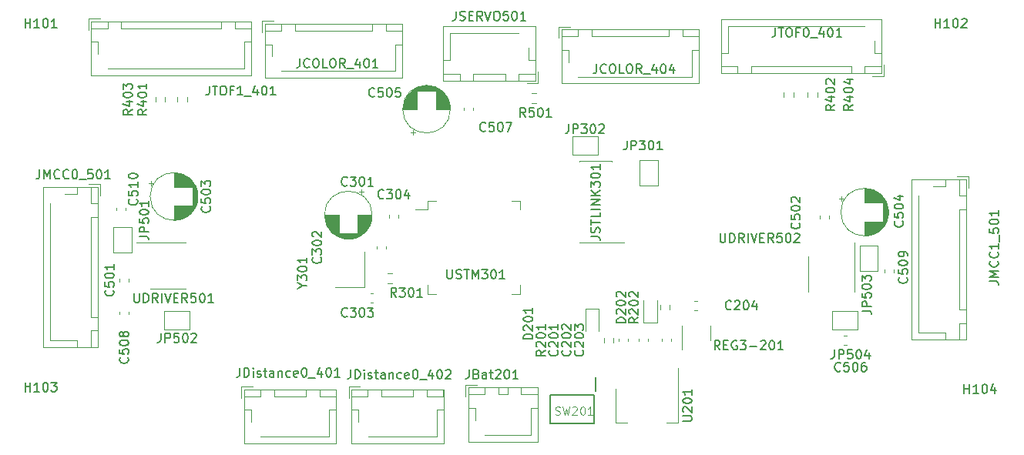
<source format=gbr>
%TF.GenerationSoftware,KiCad,Pcbnew,(6.0.7-1)-1*%
%TF.CreationDate,2022-10-27T13:07:23+02:00*%
%TF.ProjectId,Beerator,42656572-6174-46f7-922e-6b696361645f,rev?*%
%TF.SameCoordinates,Original*%
%TF.FileFunction,Legend,Top*%
%TF.FilePolarity,Positive*%
%FSLAX46Y46*%
G04 Gerber Fmt 4.6, Leading zero omitted, Abs format (unit mm)*
G04 Created by KiCad (PCBNEW (6.0.7-1)-1) date 2022-10-27 13:07:23*
%MOMM*%
%LPD*%
G01*
G04 APERTURE LIST*
%ADD10C,0.150000*%
%ADD11C,0.100000*%
%ADD12C,0.120000*%
%ADD13C,0.200000*%
G04 APERTURE END LIST*
D10*
%TO.C,U201*%
X120552380Y-89514285D02*
X121361904Y-89514285D01*
X121457142Y-89466666D01*
X121504761Y-89419047D01*
X121552380Y-89323809D01*
X121552380Y-89133333D01*
X121504761Y-89038095D01*
X121457142Y-88990476D01*
X121361904Y-88942857D01*
X120552380Y-88942857D01*
X120647619Y-88514285D02*
X120600000Y-88466666D01*
X120552380Y-88371428D01*
X120552380Y-88133333D01*
X120600000Y-88038095D01*
X120647619Y-87990476D01*
X120742857Y-87942857D01*
X120838095Y-87942857D01*
X120980952Y-87990476D01*
X121552380Y-88561904D01*
X121552380Y-87942857D01*
X120552380Y-87323809D02*
X120552380Y-87228571D01*
X120600000Y-87133333D01*
X120647619Y-87085714D01*
X120742857Y-87038095D01*
X120933333Y-86990476D01*
X121171428Y-86990476D01*
X121361904Y-87038095D01*
X121457142Y-87085714D01*
X121504761Y-87133333D01*
X121552380Y-87228571D01*
X121552380Y-87323809D01*
X121504761Y-87419047D01*
X121457142Y-87466666D01*
X121361904Y-87514285D01*
X121171428Y-87561904D01*
X120933333Y-87561904D01*
X120742857Y-87514285D01*
X120647619Y-87466666D01*
X120600000Y-87419047D01*
X120552380Y-87323809D01*
X121552380Y-86038095D02*
X121552380Y-86609523D01*
X121552380Y-86323809D02*
X120552380Y-86323809D01*
X120695238Y-86419047D01*
X120790476Y-86514285D01*
X120838095Y-86609523D01*
%TO.C,Y301*%
X78776190Y-74628571D02*
X79252380Y-74628571D01*
X78252380Y-74961904D02*
X78776190Y-74628571D01*
X78252380Y-74295238D01*
X78252380Y-74057142D02*
X78252380Y-73438095D01*
X78633333Y-73771428D01*
X78633333Y-73628571D01*
X78680952Y-73533333D01*
X78728571Y-73485714D01*
X78823809Y-73438095D01*
X79061904Y-73438095D01*
X79157142Y-73485714D01*
X79204761Y-73533333D01*
X79252380Y-73628571D01*
X79252380Y-73914285D01*
X79204761Y-74009523D01*
X79157142Y-74057142D01*
X78252380Y-72819047D02*
X78252380Y-72723809D01*
X78300000Y-72628571D01*
X78347619Y-72580952D01*
X78442857Y-72533333D01*
X78633333Y-72485714D01*
X78871428Y-72485714D01*
X79061904Y-72533333D01*
X79157142Y-72580952D01*
X79204761Y-72628571D01*
X79252380Y-72723809D01*
X79252380Y-72819047D01*
X79204761Y-72914285D01*
X79157142Y-72961904D01*
X79061904Y-73009523D01*
X78871428Y-73057142D01*
X78633333Y-73057142D01*
X78442857Y-73009523D01*
X78347619Y-72961904D01*
X78300000Y-72914285D01*
X78252380Y-72819047D01*
X79252380Y-71533333D02*
X79252380Y-72104761D01*
X79252380Y-71819047D02*
X78252380Y-71819047D01*
X78395238Y-71914285D01*
X78490476Y-72009523D01*
X78538095Y-72104761D01*
%TO.C,JP504*%
X137214285Y-81652380D02*
X137214285Y-82366666D01*
X137166666Y-82509523D01*
X137071428Y-82604761D01*
X136928571Y-82652380D01*
X136833333Y-82652380D01*
X137690476Y-82652380D02*
X137690476Y-81652380D01*
X138071428Y-81652380D01*
X138166666Y-81700000D01*
X138214285Y-81747619D01*
X138261904Y-81842857D01*
X138261904Y-81985714D01*
X138214285Y-82080952D01*
X138166666Y-82128571D01*
X138071428Y-82176190D01*
X137690476Y-82176190D01*
X139166666Y-81652380D02*
X138690476Y-81652380D01*
X138642857Y-82128571D01*
X138690476Y-82080952D01*
X138785714Y-82033333D01*
X139023809Y-82033333D01*
X139119047Y-82080952D01*
X139166666Y-82128571D01*
X139214285Y-82223809D01*
X139214285Y-82461904D01*
X139166666Y-82557142D01*
X139119047Y-82604761D01*
X139023809Y-82652380D01*
X138785714Y-82652380D01*
X138690476Y-82604761D01*
X138642857Y-82557142D01*
X139833333Y-81652380D02*
X139928571Y-81652380D01*
X140023809Y-81700000D01*
X140071428Y-81747619D01*
X140119047Y-81842857D01*
X140166666Y-82033333D01*
X140166666Y-82271428D01*
X140119047Y-82461904D01*
X140071428Y-82557142D01*
X140023809Y-82604761D01*
X139928571Y-82652380D01*
X139833333Y-82652380D01*
X139738095Y-82604761D01*
X139690476Y-82557142D01*
X139642857Y-82461904D01*
X139595238Y-82271428D01*
X139595238Y-82033333D01*
X139642857Y-81842857D01*
X139690476Y-81747619D01*
X139738095Y-81700000D01*
X139833333Y-81652380D01*
X141023809Y-81985714D02*
X141023809Y-82652380D01*
X140785714Y-81604761D02*
X140547619Y-82319047D01*
X141166666Y-82319047D01*
%TO.C,JP503*%
X140252380Y-77385714D02*
X140966666Y-77385714D01*
X141109523Y-77433333D01*
X141204761Y-77528571D01*
X141252380Y-77671428D01*
X141252380Y-77766666D01*
X141252380Y-76909523D02*
X140252380Y-76909523D01*
X140252380Y-76528571D01*
X140300000Y-76433333D01*
X140347619Y-76385714D01*
X140442857Y-76338095D01*
X140585714Y-76338095D01*
X140680952Y-76385714D01*
X140728571Y-76433333D01*
X140776190Y-76528571D01*
X140776190Y-76909523D01*
X140252380Y-75433333D02*
X140252380Y-75909523D01*
X140728571Y-75957142D01*
X140680952Y-75909523D01*
X140633333Y-75814285D01*
X140633333Y-75576190D01*
X140680952Y-75480952D01*
X140728571Y-75433333D01*
X140823809Y-75385714D01*
X141061904Y-75385714D01*
X141157142Y-75433333D01*
X141204761Y-75480952D01*
X141252380Y-75576190D01*
X141252380Y-75814285D01*
X141204761Y-75909523D01*
X141157142Y-75957142D01*
X140252380Y-74766666D02*
X140252380Y-74671428D01*
X140300000Y-74576190D01*
X140347619Y-74528571D01*
X140442857Y-74480952D01*
X140633333Y-74433333D01*
X140871428Y-74433333D01*
X141061904Y-74480952D01*
X141157142Y-74528571D01*
X141204761Y-74576190D01*
X141252380Y-74671428D01*
X141252380Y-74766666D01*
X141204761Y-74861904D01*
X141157142Y-74909523D01*
X141061904Y-74957142D01*
X140871428Y-75004761D01*
X140633333Y-75004761D01*
X140442857Y-74957142D01*
X140347619Y-74909523D01*
X140300000Y-74861904D01*
X140252380Y-74766666D01*
X140252380Y-74100000D02*
X140252380Y-73480952D01*
X140633333Y-73814285D01*
X140633333Y-73671428D01*
X140680952Y-73576190D01*
X140728571Y-73528571D01*
X140823809Y-73480952D01*
X141061904Y-73480952D01*
X141157142Y-73528571D01*
X141204761Y-73576190D01*
X141252380Y-73671428D01*
X141252380Y-73957142D01*
X141204761Y-74052380D01*
X141157142Y-74100000D01*
%TO.C,JP502*%
X63214285Y-79852380D02*
X63214285Y-80566666D01*
X63166666Y-80709523D01*
X63071428Y-80804761D01*
X62928571Y-80852380D01*
X62833333Y-80852380D01*
X63690476Y-80852380D02*
X63690476Y-79852380D01*
X64071428Y-79852380D01*
X64166666Y-79900000D01*
X64214285Y-79947619D01*
X64261904Y-80042857D01*
X64261904Y-80185714D01*
X64214285Y-80280952D01*
X64166666Y-80328571D01*
X64071428Y-80376190D01*
X63690476Y-80376190D01*
X65166666Y-79852380D02*
X64690476Y-79852380D01*
X64642857Y-80328571D01*
X64690476Y-80280952D01*
X64785714Y-80233333D01*
X65023809Y-80233333D01*
X65119047Y-80280952D01*
X65166666Y-80328571D01*
X65214285Y-80423809D01*
X65214285Y-80661904D01*
X65166666Y-80757142D01*
X65119047Y-80804761D01*
X65023809Y-80852380D01*
X64785714Y-80852380D01*
X64690476Y-80804761D01*
X64642857Y-80757142D01*
X65833333Y-79852380D02*
X65928571Y-79852380D01*
X66023809Y-79900000D01*
X66071428Y-79947619D01*
X66119047Y-80042857D01*
X66166666Y-80233333D01*
X66166666Y-80471428D01*
X66119047Y-80661904D01*
X66071428Y-80757142D01*
X66023809Y-80804761D01*
X65928571Y-80852380D01*
X65833333Y-80852380D01*
X65738095Y-80804761D01*
X65690476Y-80757142D01*
X65642857Y-80661904D01*
X65595238Y-80471428D01*
X65595238Y-80233333D01*
X65642857Y-80042857D01*
X65690476Y-79947619D01*
X65738095Y-79900000D01*
X65833333Y-79852380D01*
X66547619Y-79947619D02*
X66595238Y-79900000D01*
X66690476Y-79852380D01*
X66928571Y-79852380D01*
X67023809Y-79900000D01*
X67071428Y-79947619D01*
X67119047Y-80042857D01*
X67119047Y-80138095D01*
X67071428Y-80280952D01*
X66500000Y-80852380D01*
X67119047Y-80852380D01*
%TO.C,JP501*%
X60852380Y-69185714D02*
X61566666Y-69185714D01*
X61709523Y-69233333D01*
X61804761Y-69328571D01*
X61852380Y-69471428D01*
X61852380Y-69566666D01*
X61852380Y-68709523D02*
X60852380Y-68709523D01*
X60852380Y-68328571D01*
X60900000Y-68233333D01*
X60947619Y-68185714D01*
X61042857Y-68138095D01*
X61185714Y-68138095D01*
X61280952Y-68185714D01*
X61328571Y-68233333D01*
X61376190Y-68328571D01*
X61376190Y-68709523D01*
X60852380Y-67233333D02*
X60852380Y-67709523D01*
X61328571Y-67757142D01*
X61280952Y-67709523D01*
X61233333Y-67614285D01*
X61233333Y-67376190D01*
X61280952Y-67280952D01*
X61328571Y-67233333D01*
X61423809Y-67185714D01*
X61661904Y-67185714D01*
X61757142Y-67233333D01*
X61804761Y-67280952D01*
X61852380Y-67376190D01*
X61852380Y-67614285D01*
X61804761Y-67709523D01*
X61757142Y-67757142D01*
X60852380Y-66566666D02*
X60852380Y-66471428D01*
X60900000Y-66376190D01*
X60947619Y-66328571D01*
X61042857Y-66280952D01*
X61233333Y-66233333D01*
X61471428Y-66233333D01*
X61661904Y-66280952D01*
X61757142Y-66328571D01*
X61804761Y-66376190D01*
X61852380Y-66471428D01*
X61852380Y-66566666D01*
X61804761Y-66661904D01*
X61757142Y-66709523D01*
X61661904Y-66757142D01*
X61471428Y-66804761D01*
X61233333Y-66804761D01*
X61042857Y-66757142D01*
X60947619Y-66709523D01*
X60900000Y-66661904D01*
X60852380Y-66566666D01*
X61852380Y-65280952D02*
X61852380Y-65852380D01*
X61852380Y-65566666D02*
X60852380Y-65566666D01*
X60995238Y-65661904D01*
X61090476Y-65757142D01*
X61138095Y-65852380D01*
%TO.C,JP302*%
X108014285Y-56852380D02*
X108014285Y-57566666D01*
X107966666Y-57709523D01*
X107871428Y-57804761D01*
X107728571Y-57852380D01*
X107633333Y-57852380D01*
X108490476Y-57852380D02*
X108490476Y-56852380D01*
X108871428Y-56852380D01*
X108966666Y-56900000D01*
X109014285Y-56947619D01*
X109061904Y-57042857D01*
X109061904Y-57185714D01*
X109014285Y-57280952D01*
X108966666Y-57328571D01*
X108871428Y-57376190D01*
X108490476Y-57376190D01*
X109395238Y-56852380D02*
X110014285Y-56852380D01*
X109680952Y-57233333D01*
X109823809Y-57233333D01*
X109919047Y-57280952D01*
X109966666Y-57328571D01*
X110014285Y-57423809D01*
X110014285Y-57661904D01*
X109966666Y-57757142D01*
X109919047Y-57804761D01*
X109823809Y-57852380D01*
X109538095Y-57852380D01*
X109442857Y-57804761D01*
X109395238Y-57757142D01*
X110633333Y-56852380D02*
X110728571Y-56852380D01*
X110823809Y-56900000D01*
X110871428Y-56947619D01*
X110919047Y-57042857D01*
X110966666Y-57233333D01*
X110966666Y-57471428D01*
X110919047Y-57661904D01*
X110871428Y-57757142D01*
X110823809Y-57804761D01*
X110728571Y-57852380D01*
X110633333Y-57852380D01*
X110538095Y-57804761D01*
X110490476Y-57757142D01*
X110442857Y-57661904D01*
X110395238Y-57471428D01*
X110395238Y-57233333D01*
X110442857Y-57042857D01*
X110490476Y-56947619D01*
X110538095Y-56900000D01*
X110633333Y-56852380D01*
X111347619Y-56947619D02*
X111395238Y-56900000D01*
X111490476Y-56852380D01*
X111728571Y-56852380D01*
X111823809Y-56900000D01*
X111871428Y-56947619D01*
X111919047Y-57042857D01*
X111919047Y-57138095D01*
X111871428Y-57280952D01*
X111300000Y-57852380D01*
X111919047Y-57852380D01*
%TO.C,JP301*%
X114414285Y-58652380D02*
X114414285Y-59366666D01*
X114366666Y-59509523D01*
X114271428Y-59604761D01*
X114128571Y-59652380D01*
X114033333Y-59652380D01*
X114890476Y-59652380D02*
X114890476Y-58652380D01*
X115271428Y-58652380D01*
X115366666Y-58700000D01*
X115414285Y-58747619D01*
X115461904Y-58842857D01*
X115461904Y-58985714D01*
X115414285Y-59080952D01*
X115366666Y-59128571D01*
X115271428Y-59176190D01*
X114890476Y-59176190D01*
X115795238Y-58652380D02*
X116414285Y-58652380D01*
X116080952Y-59033333D01*
X116223809Y-59033333D01*
X116319047Y-59080952D01*
X116366666Y-59128571D01*
X116414285Y-59223809D01*
X116414285Y-59461904D01*
X116366666Y-59557142D01*
X116319047Y-59604761D01*
X116223809Y-59652380D01*
X115938095Y-59652380D01*
X115842857Y-59604761D01*
X115795238Y-59557142D01*
X117033333Y-58652380D02*
X117128571Y-58652380D01*
X117223809Y-58700000D01*
X117271428Y-58747619D01*
X117319047Y-58842857D01*
X117366666Y-59033333D01*
X117366666Y-59271428D01*
X117319047Y-59461904D01*
X117271428Y-59557142D01*
X117223809Y-59604761D01*
X117128571Y-59652380D01*
X117033333Y-59652380D01*
X116938095Y-59604761D01*
X116890476Y-59557142D01*
X116842857Y-59461904D01*
X116795238Y-59271428D01*
X116795238Y-59033333D01*
X116842857Y-58842857D01*
X116890476Y-58747619D01*
X116938095Y-58700000D01*
X117033333Y-58652380D01*
X118319047Y-59652380D02*
X117747619Y-59652380D01*
X118033333Y-59652380D02*
X118033333Y-58652380D01*
X117938095Y-58795238D01*
X117842857Y-58890476D01*
X117747619Y-58938095D01*
%TO.C,JSTLINK301*%
X110452380Y-69209523D02*
X111166666Y-69209523D01*
X111309523Y-69257142D01*
X111404761Y-69352380D01*
X111452380Y-69495238D01*
X111452380Y-69590476D01*
X111404761Y-68780952D02*
X111452380Y-68638095D01*
X111452380Y-68400000D01*
X111404761Y-68304761D01*
X111357142Y-68257142D01*
X111261904Y-68209523D01*
X111166666Y-68209523D01*
X111071428Y-68257142D01*
X111023809Y-68304761D01*
X110976190Y-68400000D01*
X110928571Y-68590476D01*
X110880952Y-68685714D01*
X110833333Y-68733333D01*
X110738095Y-68780952D01*
X110642857Y-68780952D01*
X110547619Y-68733333D01*
X110500000Y-68685714D01*
X110452380Y-68590476D01*
X110452380Y-68352380D01*
X110500000Y-68209523D01*
X110452380Y-67923809D02*
X110452380Y-67352380D01*
X111452380Y-67638095D02*
X110452380Y-67638095D01*
X111452380Y-66542857D02*
X111452380Y-67019047D01*
X110452380Y-67019047D01*
X111452380Y-66209523D02*
X110452380Y-66209523D01*
X111452380Y-65733333D02*
X110452380Y-65733333D01*
X111452380Y-65161904D01*
X110452380Y-65161904D01*
X111452380Y-64685714D02*
X110452380Y-64685714D01*
X111452380Y-64114285D02*
X110880952Y-64542857D01*
X110452380Y-64114285D02*
X111023809Y-64685714D01*
X110452380Y-63780952D02*
X110452380Y-63161904D01*
X110833333Y-63495238D01*
X110833333Y-63352380D01*
X110880952Y-63257142D01*
X110928571Y-63209523D01*
X111023809Y-63161904D01*
X111261904Y-63161904D01*
X111357142Y-63209523D01*
X111404761Y-63257142D01*
X111452380Y-63352380D01*
X111452380Y-63638095D01*
X111404761Y-63733333D01*
X111357142Y-63780952D01*
X110452380Y-62542857D02*
X110452380Y-62447619D01*
X110500000Y-62352380D01*
X110547619Y-62304761D01*
X110642857Y-62257142D01*
X110833333Y-62209523D01*
X111071428Y-62209523D01*
X111261904Y-62257142D01*
X111357142Y-62304761D01*
X111404761Y-62352380D01*
X111452380Y-62447619D01*
X111452380Y-62542857D01*
X111404761Y-62638095D01*
X111357142Y-62685714D01*
X111261904Y-62733333D01*
X111071428Y-62780952D01*
X110833333Y-62780952D01*
X110642857Y-62733333D01*
X110547619Y-62685714D01*
X110500000Y-62638095D01*
X110452380Y-62542857D01*
X111452380Y-61257142D02*
X111452380Y-61828571D01*
X111452380Y-61542857D02*
X110452380Y-61542857D01*
X110595238Y-61638095D01*
X110690476Y-61733333D01*
X110738095Y-61828571D01*
%TO.C,UDRIVER502*%
X124666666Y-68852380D02*
X124666666Y-69661904D01*
X124714285Y-69757142D01*
X124761904Y-69804761D01*
X124857142Y-69852380D01*
X125047619Y-69852380D01*
X125142857Y-69804761D01*
X125190476Y-69757142D01*
X125238095Y-69661904D01*
X125238095Y-68852380D01*
X125714285Y-69852380D02*
X125714285Y-68852380D01*
X125952380Y-68852380D01*
X126095238Y-68900000D01*
X126190476Y-68995238D01*
X126238095Y-69090476D01*
X126285714Y-69280952D01*
X126285714Y-69423809D01*
X126238095Y-69614285D01*
X126190476Y-69709523D01*
X126095238Y-69804761D01*
X125952380Y-69852380D01*
X125714285Y-69852380D01*
X127285714Y-69852380D02*
X126952380Y-69376190D01*
X126714285Y-69852380D02*
X126714285Y-68852380D01*
X127095238Y-68852380D01*
X127190476Y-68900000D01*
X127238095Y-68947619D01*
X127285714Y-69042857D01*
X127285714Y-69185714D01*
X127238095Y-69280952D01*
X127190476Y-69328571D01*
X127095238Y-69376190D01*
X126714285Y-69376190D01*
X127714285Y-69852380D02*
X127714285Y-68852380D01*
X128047619Y-68852380D02*
X128380952Y-69852380D01*
X128714285Y-68852380D01*
X129047619Y-69328571D02*
X129380952Y-69328571D01*
X129523809Y-69852380D02*
X129047619Y-69852380D01*
X129047619Y-68852380D01*
X129523809Y-68852380D01*
X130523809Y-69852380D02*
X130190476Y-69376190D01*
X129952380Y-69852380D02*
X129952380Y-68852380D01*
X130333333Y-68852380D01*
X130428571Y-68900000D01*
X130476190Y-68947619D01*
X130523809Y-69042857D01*
X130523809Y-69185714D01*
X130476190Y-69280952D01*
X130428571Y-69328571D01*
X130333333Y-69376190D01*
X129952380Y-69376190D01*
X131428571Y-68852380D02*
X130952380Y-68852380D01*
X130904761Y-69328571D01*
X130952380Y-69280952D01*
X131047619Y-69233333D01*
X131285714Y-69233333D01*
X131380952Y-69280952D01*
X131428571Y-69328571D01*
X131476190Y-69423809D01*
X131476190Y-69661904D01*
X131428571Y-69757142D01*
X131380952Y-69804761D01*
X131285714Y-69852380D01*
X131047619Y-69852380D01*
X130952380Y-69804761D01*
X130904761Y-69757142D01*
X132095238Y-68852380D02*
X132190476Y-68852380D01*
X132285714Y-68900000D01*
X132333333Y-68947619D01*
X132380952Y-69042857D01*
X132428571Y-69233333D01*
X132428571Y-69471428D01*
X132380952Y-69661904D01*
X132333333Y-69757142D01*
X132285714Y-69804761D01*
X132190476Y-69852380D01*
X132095238Y-69852380D01*
X132000000Y-69804761D01*
X131952380Y-69757142D01*
X131904761Y-69661904D01*
X131857142Y-69471428D01*
X131857142Y-69233333D01*
X131904761Y-69042857D01*
X131952380Y-68947619D01*
X132000000Y-68900000D01*
X132095238Y-68852380D01*
X132809523Y-68947619D02*
X132857142Y-68900000D01*
X132952380Y-68852380D01*
X133190476Y-68852380D01*
X133285714Y-68900000D01*
X133333333Y-68947619D01*
X133380952Y-69042857D01*
X133380952Y-69138095D01*
X133333333Y-69280952D01*
X132761904Y-69852380D01*
X133380952Y-69852380D01*
D11*
%TO.C,SW201*%
X106542857Y-88764285D02*
X106671428Y-88807142D01*
X106885714Y-88807142D01*
X106971428Y-88764285D01*
X107014285Y-88721428D01*
X107057142Y-88635714D01*
X107057142Y-88550000D01*
X107014285Y-88464285D01*
X106971428Y-88421428D01*
X106885714Y-88378571D01*
X106714285Y-88335714D01*
X106628571Y-88292857D01*
X106585714Y-88250000D01*
X106542857Y-88164285D01*
X106542857Y-88078571D01*
X106585714Y-87992857D01*
X106628571Y-87950000D01*
X106714285Y-87907142D01*
X106928571Y-87907142D01*
X107057142Y-87950000D01*
X107357142Y-87907142D02*
X107571428Y-88807142D01*
X107742857Y-88164285D01*
X107914285Y-88807142D01*
X108128571Y-87907142D01*
X108428571Y-87992857D02*
X108471428Y-87950000D01*
X108557142Y-87907142D01*
X108771428Y-87907142D01*
X108857142Y-87950000D01*
X108900000Y-87992857D01*
X108942857Y-88078571D01*
X108942857Y-88164285D01*
X108900000Y-88292857D01*
X108385714Y-88807142D01*
X108942857Y-88807142D01*
X109500000Y-87907142D02*
X109585714Y-87907142D01*
X109671428Y-87950000D01*
X109714285Y-87992857D01*
X109757142Y-88078571D01*
X109800000Y-88250000D01*
X109800000Y-88464285D01*
X109757142Y-88635714D01*
X109714285Y-88721428D01*
X109671428Y-88764285D01*
X109585714Y-88807142D01*
X109500000Y-88807142D01*
X109414285Y-88764285D01*
X109371428Y-88721428D01*
X109328571Y-88635714D01*
X109285714Y-88464285D01*
X109285714Y-88250000D01*
X109328571Y-88078571D01*
X109371428Y-87992857D01*
X109414285Y-87950000D01*
X109500000Y-87907142D01*
X110657142Y-88807142D02*
X110142857Y-88807142D01*
X110400000Y-88807142D02*
X110400000Y-87907142D01*
X110314285Y-88035714D01*
X110228571Y-88121428D01*
X110142857Y-88164285D01*
D10*
%TO.C,R202*%
X115652380Y-78119047D02*
X115176190Y-78452380D01*
X115652380Y-78690476D02*
X114652380Y-78690476D01*
X114652380Y-78309523D01*
X114700000Y-78214285D01*
X114747619Y-78166666D01*
X114842857Y-78119047D01*
X114985714Y-78119047D01*
X115080952Y-78166666D01*
X115128571Y-78214285D01*
X115176190Y-78309523D01*
X115176190Y-78690476D01*
X114747619Y-77738095D02*
X114700000Y-77690476D01*
X114652380Y-77595238D01*
X114652380Y-77357142D01*
X114700000Y-77261904D01*
X114747619Y-77214285D01*
X114842857Y-77166666D01*
X114938095Y-77166666D01*
X115080952Y-77214285D01*
X115652380Y-77785714D01*
X115652380Y-77166666D01*
X114652380Y-76547619D02*
X114652380Y-76452380D01*
X114700000Y-76357142D01*
X114747619Y-76309523D01*
X114842857Y-76261904D01*
X115033333Y-76214285D01*
X115271428Y-76214285D01*
X115461904Y-76261904D01*
X115557142Y-76309523D01*
X115604761Y-76357142D01*
X115652380Y-76452380D01*
X115652380Y-76547619D01*
X115604761Y-76642857D01*
X115557142Y-76690476D01*
X115461904Y-76738095D01*
X115271428Y-76785714D01*
X115033333Y-76785714D01*
X114842857Y-76738095D01*
X114747619Y-76690476D01*
X114700000Y-76642857D01*
X114652380Y-76547619D01*
X114747619Y-75833333D02*
X114700000Y-75785714D01*
X114652380Y-75690476D01*
X114652380Y-75452380D01*
X114700000Y-75357142D01*
X114747619Y-75309523D01*
X114842857Y-75261904D01*
X114938095Y-75261904D01*
X115080952Y-75309523D01*
X115652380Y-75880952D01*
X115652380Y-75261904D01*
%TO.C,JMCC0_501*%
X49885714Y-61852380D02*
X49885714Y-62566666D01*
X49838095Y-62709523D01*
X49742857Y-62804761D01*
X49600000Y-62852380D01*
X49504761Y-62852380D01*
X50361904Y-62852380D02*
X50361904Y-61852380D01*
X50695238Y-62566666D01*
X51028571Y-61852380D01*
X51028571Y-62852380D01*
X52076190Y-62757142D02*
X52028571Y-62804761D01*
X51885714Y-62852380D01*
X51790476Y-62852380D01*
X51647619Y-62804761D01*
X51552380Y-62709523D01*
X51504761Y-62614285D01*
X51457142Y-62423809D01*
X51457142Y-62280952D01*
X51504761Y-62090476D01*
X51552380Y-61995238D01*
X51647619Y-61900000D01*
X51790476Y-61852380D01*
X51885714Y-61852380D01*
X52028571Y-61900000D01*
X52076190Y-61947619D01*
X53076190Y-62757142D02*
X53028571Y-62804761D01*
X52885714Y-62852380D01*
X52790476Y-62852380D01*
X52647619Y-62804761D01*
X52552380Y-62709523D01*
X52504761Y-62614285D01*
X52457142Y-62423809D01*
X52457142Y-62280952D01*
X52504761Y-62090476D01*
X52552380Y-61995238D01*
X52647619Y-61900000D01*
X52790476Y-61852380D01*
X52885714Y-61852380D01*
X53028571Y-61900000D01*
X53076190Y-61947619D01*
X53695238Y-61852380D02*
X53790476Y-61852380D01*
X53885714Y-61900000D01*
X53933333Y-61947619D01*
X53980952Y-62042857D01*
X54028571Y-62233333D01*
X54028571Y-62471428D01*
X53980952Y-62661904D01*
X53933333Y-62757142D01*
X53885714Y-62804761D01*
X53790476Y-62852380D01*
X53695238Y-62852380D01*
X53600000Y-62804761D01*
X53552380Y-62757142D01*
X53504761Y-62661904D01*
X53457142Y-62471428D01*
X53457142Y-62233333D01*
X53504761Y-62042857D01*
X53552380Y-61947619D01*
X53600000Y-61900000D01*
X53695238Y-61852380D01*
X54219047Y-62947619D02*
X54980952Y-62947619D01*
X55695238Y-61852380D02*
X55219047Y-61852380D01*
X55171428Y-62328571D01*
X55219047Y-62280952D01*
X55314285Y-62233333D01*
X55552380Y-62233333D01*
X55647619Y-62280952D01*
X55695238Y-62328571D01*
X55742857Y-62423809D01*
X55742857Y-62661904D01*
X55695238Y-62757142D01*
X55647619Y-62804761D01*
X55552380Y-62852380D01*
X55314285Y-62852380D01*
X55219047Y-62804761D01*
X55171428Y-62757142D01*
X56361904Y-61852380D02*
X56457142Y-61852380D01*
X56552380Y-61900000D01*
X56600000Y-61947619D01*
X56647619Y-62042857D01*
X56695238Y-62233333D01*
X56695238Y-62471428D01*
X56647619Y-62661904D01*
X56600000Y-62757142D01*
X56552380Y-62804761D01*
X56457142Y-62852380D01*
X56361904Y-62852380D01*
X56266666Y-62804761D01*
X56219047Y-62757142D01*
X56171428Y-62661904D01*
X56123809Y-62471428D01*
X56123809Y-62233333D01*
X56171428Y-62042857D01*
X56219047Y-61947619D01*
X56266666Y-61900000D01*
X56361904Y-61852380D01*
X57647619Y-62852380D02*
X57076190Y-62852380D01*
X57361904Y-62852380D02*
X57361904Y-61852380D01*
X57266666Y-61995238D01*
X57171428Y-62090476D01*
X57076190Y-62138095D01*
%TO.C,JSERVO501*%
X95633333Y-44452380D02*
X95633333Y-45166666D01*
X95585714Y-45309523D01*
X95490476Y-45404761D01*
X95347619Y-45452380D01*
X95252380Y-45452380D01*
X96061904Y-45404761D02*
X96204761Y-45452380D01*
X96442857Y-45452380D01*
X96538095Y-45404761D01*
X96585714Y-45357142D01*
X96633333Y-45261904D01*
X96633333Y-45166666D01*
X96585714Y-45071428D01*
X96538095Y-45023809D01*
X96442857Y-44976190D01*
X96252380Y-44928571D01*
X96157142Y-44880952D01*
X96109523Y-44833333D01*
X96061904Y-44738095D01*
X96061904Y-44642857D01*
X96109523Y-44547619D01*
X96157142Y-44500000D01*
X96252380Y-44452380D01*
X96490476Y-44452380D01*
X96633333Y-44500000D01*
X97061904Y-44928571D02*
X97395238Y-44928571D01*
X97538095Y-45452380D02*
X97061904Y-45452380D01*
X97061904Y-44452380D01*
X97538095Y-44452380D01*
X98538095Y-45452380D02*
X98204761Y-44976190D01*
X97966666Y-45452380D02*
X97966666Y-44452380D01*
X98347619Y-44452380D01*
X98442857Y-44500000D01*
X98490476Y-44547619D01*
X98538095Y-44642857D01*
X98538095Y-44785714D01*
X98490476Y-44880952D01*
X98442857Y-44928571D01*
X98347619Y-44976190D01*
X97966666Y-44976190D01*
X98823809Y-44452380D02*
X99157142Y-45452380D01*
X99490476Y-44452380D01*
X100014285Y-44452380D02*
X100204761Y-44452380D01*
X100300000Y-44500000D01*
X100395238Y-44595238D01*
X100442857Y-44785714D01*
X100442857Y-45119047D01*
X100395238Y-45309523D01*
X100300000Y-45404761D01*
X100204761Y-45452380D01*
X100014285Y-45452380D01*
X99919047Y-45404761D01*
X99823809Y-45309523D01*
X99776190Y-45119047D01*
X99776190Y-44785714D01*
X99823809Y-44595238D01*
X99919047Y-44500000D01*
X100014285Y-44452380D01*
X101347619Y-44452380D02*
X100871428Y-44452380D01*
X100823809Y-44928571D01*
X100871428Y-44880952D01*
X100966666Y-44833333D01*
X101204761Y-44833333D01*
X101300000Y-44880952D01*
X101347619Y-44928571D01*
X101395238Y-45023809D01*
X101395238Y-45261904D01*
X101347619Y-45357142D01*
X101300000Y-45404761D01*
X101204761Y-45452380D01*
X100966666Y-45452380D01*
X100871428Y-45404761D01*
X100823809Y-45357142D01*
X102014285Y-44452380D02*
X102109523Y-44452380D01*
X102204761Y-44500000D01*
X102252380Y-44547619D01*
X102300000Y-44642857D01*
X102347619Y-44833333D01*
X102347619Y-45071428D01*
X102300000Y-45261904D01*
X102252380Y-45357142D01*
X102204761Y-45404761D01*
X102109523Y-45452380D01*
X102014285Y-45452380D01*
X101919047Y-45404761D01*
X101871428Y-45357142D01*
X101823809Y-45261904D01*
X101776190Y-45071428D01*
X101776190Y-44833333D01*
X101823809Y-44642857D01*
X101871428Y-44547619D01*
X101919047Y-44500000D01*
X102014285Y-44452380D01*
X103300000Y-45452380D02*
X102728571Y-45452380D01*
X103014285Y-45452380D02*
X103014285Y-44452380D01*
X102919047Y-44595238D01*
X102823809Y-44690476D01*
X102728571Y-44738095D01*
%TO.C,C503*%
X68557142Y-65919047D02*
X68604761Y-65966666D01*
X68652380Y-66109523D01*
X68652380Y-66204761D01*
X68604761Y-66347619D01*
X68509523Y-66442857D01*
X68414285Y-66490476D01*
X68223809Y-66538095D01*
X68080952Y-66538095D01*
X67890476Y-66490476D01*
X67795238Y-66442857D01*
X67700000Y-66347619D01*
X67652380Y-66204761D01*
X67652380Y-66109523D01*
X67700000Y-65966666D01*
X67747619Y-65919047D01*
X67652380Y-65014285D02*
X67652380Y-65490476D01*
X68128571Y-65538095D01*
X68080952Y-65490476D01*
X68033333Y-65395238D01*
X68033333Y-65157142D01*
X68080952Y-65061904D01*
X68128571Y-65014285D01*
X68223809Y-64966666D01*
X68461904Y-64966666D01*
X68557142Y-65014285D01*
X68604761Y-65061904D01*
X68652380Y-65157142D01*
X68652380Y-65395238D01*
X68604761Y-65490476D01*
X68557142Y-65538095D01*
X67652380Y-64347619D02*
X67652380Y-64252380D01*
X67700000Y-64157142D01*
X67747619Y-64109523D01*
X67842857Y-64061904D01*
X68033333Y-64014285D01*
X68271428Y-64014285D01*
X68461904Y-64061904D01*
X68557142Y-64109523D01*
X68604761Y-64157142D01*
X68652380Y-64252380D01*
X68652380Y-64347619D01*
X68604761Y-64442857D01*
X68557142Y-64490476D01*
X68461904Y-64538095D01*
X68271428Y-64585714D01*
X68033333Y-64585714D01*
X67842857Y-64538095D01*
X67747619Y-64490476D01*
X67700000Y-64442857D01*
X67652380Y-64347619D01*
X67652380Y-63680952D02*
X67652380Y-63061904D01*
X68033333Y-63395238D01*
X68033333Y-63252380D01*
X68080952Y-63157142D01*
X68128571Y-63109523D01*
X68223809Y-63061904D01*
X68461904Y-63061904D01*
X68557142Y-63109523D01*
X68604761Y-63157142D01*
X68652380Y-63252380D01*
X68652380Y-63538095D01*
X68604761Y-63633333D01*
X68557142Y-63680952D01*
%TO.C,C303*%
X83680952Y-77957142D02*
X83633333Y-78004761D01*
X83490476Y-78052380D01*
X83395238Y-78052380D01*
X83252380Y-78004761D01*
X83157142Y-77909523D01*
X83109523Y-77814285D01*
X83061904Y-77623809D01*
X83061904Y-77480952D01*
X83109523Y-77290476D01*
X83157142Y-77195238D01*
X83252380Y-77100000D01*
X83395238Y-77052380D01*
X83490476Y-77052380D01*
X83633333Y-77100000D01*
X83680952Y-77147619D01*
X84014285Y-77052380D02*
X84633333Y-77052380D01*
X84300000Y-77433333D01*
X84442857Y-77433333D01*
X84538095Y-77480952D01*
X84585714Y-77528571D01*
X84633333Y-77623809D01*
X84633333Y-77861904D01*
X84585714Y-77957142D01*
X84538095Y-78004761D01*
X84442857Y-78052380D01*
X84157142Y-78052380D01*
X84061904Y-78004761D01*
X84014285Y-77957142D01*
X85252380Y-77052380D02*
X85347619Y-77052380D01*
X85442857Y-77100000D01*
X85490476Y-77147619D01*
X85538095Y-77242857D01*
X85585714Y-77433333D01*
X85585714Y-77671428D01*
X85538095Y-77861904D01*
X85490476Y-77957142D01*
X85442857Y-78004761D01*
X85347619Y-78052380D01*
X85252380Y-78052380D01*
X85157142Y-78004761D01*
X85109523Y-77957142D01*
X85061904Y-77861904D01*
X85014285Y-77671428D01*
X85014285Y-77433333D01*
X85061904Y-77242857D01*
X85109523Y-77147619D01*
X85157142Y-77100000D01*
X85252380Y-77052380D01*
X85919047Y-77052380D02*
X86538095Y-77052380D01*
X86204761Y-77433333D01*
X86347619Y-77433333D01*
X86442857Y-77480952D01*
X86490476Y-77528571D01*
X86538095Y-77623809D01*
X86538095Y-77861904D01*
X86490476Y-77957142D01*
X86442857Y-78004761D01*
X86347619Y-78052380D01*
X86061904Y-78052380D01*
X85966666Y-78004761D01*
X85919047Y-77957142D01*
%TO.C,C501*%
X57957142Y-75119047D02*
X58004761Y-75166666D01*
X58052380Y-75309523D01*
X58052380Y-75404761D01*
X58004761Y-75547619D01*
X57909523Y-75642857D01*
X57814285Y-75690476D01*
X57623809Y-75738095D01*
X57480952Y-75738095D01*
X57290476Y-75690476D01*
X57195238Y-75642857D01*
X57100000Y-75547619D01*
X57052380Y-75404761D01*
X57052380Y-75309523D01*
X57100000Y-75166666D01*
X57147619Y-75119047D01*
X57052380Y-74214285D02*
X57052380Y-74690476D01*
X57528571Y-74738095D01*
X57480952Y-74690476D01*
X57433333Y-74595238D01*
X57433333Y-74357142D01*
X57480952Y-74261904D01*
X57528571Y-74214285D01*
X57623809Y-74166666D01*
X57861904Y-74166666D01*
X57957142Y-74214285D01*
X58004761Y-74261904D01*
X58052380Y-74357142D01*
X58052380Y-74595238D01*
X58004761Y-74690476D01*
X57957142Y-74738095D01*
X57052380Y-73547619D02*
X57052380Y-73452380D01*
X57100000Y-73357142D01*
X57147619Y-73309523D01*
X57242857Y-73261904D01*
X57433333Y-73214285D01*
X57671428Y-73214285D01*
X57861904Y-73261904D01*
X57957142Y-73309523D01*
X58004761Y-73357142D01*
X58052380Y-73452380D01*
X58052380Y-73547619D01*
X58004761Y-73642857D01*
X57957142Y-73690476D01*
X57861904Y-73738095D01*
X57671428Y-73785714D01*
X57433333Y-73785714D01*
X57242857Y-73738095D01*
X57147619Y-73690476D01*
X57100000Y-73642857D01*
X57052380Y-73547619D01*
X58052380Y-72261904D02*
X58052380Y-72833333D01*
X58052380Y-72547619D02*
X57052380Y-72547619D01*
X57195238Y-72642857D01*
X57290476Y-72738095D01*
X57338095Y-72833333D01*
%TO.C,C508*%
X59557142Y-82519047D02*
X59604761Y-82566666D01*
X59652380Y-82709523D01*
X59652380Y-82804761D01*
X59604761Y-82947619D01*
X59509523Y-83042857D01*
X59414285Y-83090476D01*
X59223809Y-83138095D01*
X59080952Y-83138095D01*
X58890476Y-83090476D01*
X58795238Y-83042857D01*
X58700000Y-82947619D01*
X58652380Y-82804761D01*
X58652380Y-82709523D01*
X58700000Y-82566666D01*
X58747619Y-82519047D01*
X58652380Y-81614285D02*
X58652380Y-82090476D01*
X59128571Y-82138095D01*
X59080952Y-82090476D01*
X59033333Y-81995238D01*
X59033333Y-81757142D01*
X59080952Y-81661904D01*
X59128571Y-81614285D01*
X59223809Y-81566666D01*
X59461904Y-81566666D01*
X59557142Y-81614285D01*
X59604761Y-81661904D01*
X59652380Y-81757142D01*
X59652380Y-81995238D01*
X59604761Y-82090476D01*
X59557142Y-82138095D01*
X58652380Y-80947619D02*
X58652380Y-80852380D01*
X58700000Y-80757142D01*
X58747619Y-80709523D01*
X58842857Y-80661904D01*
X59033333Y-80614285D01*
X59271428Y-80614285D01*
X59461904Y-80661904D01*
X59557142Y-80709523D01*
X59604761Y-80757142D01*
X59652380Y-80852380D01*
X59652380Y-80947619D01*
X59604761Y-81042857D01*
X59557142Y-81090476D01*
X59461904Y-81138095D01*
X59271428Y-81185714D01*
X59033333Y-81185714D01*
X58842857Y-81138095D01*
X58747619Y-81090476D01*
X58700000Y-81042857D01*
X58652380Y-80947619D01*
X59080952Y-80042857D02*
X59033333Y-80138095D01*
X58985714Y-80185714D01*
X58890476Y-80233333D01*
X58842857Y-80233333D01*
X58747619Y-80185714D01*
X58700000Y-80138095D01*
X58652380Y-80042857D01*
X58652380Y-79852380D01*
X58700000Y-79757142D01*
X58747619Y-79709523D01*
X58842857Y-79661904D01*
X58890476Y-79661904D01*
X58985714Y-79709523D01*
X59033333Y-79757142D01*
X59080952Y-79852380D01*
X59080952Y-80042857D01*
X59128571Y-80138095D01*
X59176190Y-80185714D01*
X59271428Y-80233333D01*
X59461904Y-80233333D01*
X59557142Y-80185714D01*
X59604761Y-80138095D01*
X59652380Y-80042857D01*
X59652380Y-79852380D01*
X59604761Y-79757142D01*
X59557142Y-79709523D01*
X59461904Y-79661904D01*
X59271428Y-79661904D01*
X59176190Y-79709523D01*
X59128571Y-79757142D01*
X59080952Y-79852380D01*
%TO.C,R402*%
X137252380Y-54719047D02*
X136776190Y-55052380D01*
X137252380Y-55290476D02*
X136252380Y-55290476D01*
X136252380Y-54909523D01*
X136300000Y-54814285D01*
X136347619Y-54766666D01*
X136442857Y-54719047D01*
X136585714Y-54719047D01*
X136680952Y-54766666D01*
X136728571Y-54814285D01*
X136776190Y-54909523D01*
X136776190Y-55290476D01*
X136585714Y-53861904D02*
X137252380Y-53861904D01*
X136204761Y-54100000D02*
X136919047Y-54338095D01*
X136919047Y-53719047D01*
X136252380Y-53147619D02*
X136252380Y-53052380D01*
X136300000Y-52957142D01*
X136347619Y-52909523D01*
X136442857Y-52861904D01*
X136633333Y-52814285D01*
X136871428Y-52814285D01*
X137061904Y-52861904D01*
X137157142Y-52909523D01*
X137204761Y-52957142D01*
X137252380Y-53052380D01*
X137252380Y-53147619D01*
X137204761Y-53242857D01*
X137157142Y-53290476D01*
X137061904Y-53338095D01*
X136871428Y-53385714D01*
X136633333Y-53385714D01*
X136442857Y-53338095D01*
X136347619Y-53290476D01*
X136300000Y-53242857D01*
X136252380Y-53147619D01*
X136347619Y-52433333D02*
X136300000Y-52385714D01*
X136252380Y-52290476D01*
X136252380Y-52052380D01*
X136300000Y-51957142D01*
X136347619Y-51909523D01*
X136442857Y-51861904D01*
X136538095Y-51861904D01*
X136680952Y-51909523D01*
X137252380Y-52480952D01*
X137252380Y-51861904D01*
%TO.C,D202*%
X114252380Y-78690476D02*
X113252380Y-78690476D01*
X113252380Y-78452380D01*
X113300000Y-78309523D01*
X113395238Y-78214285D01*
X113490476Y-78166666D01*
X113680952Y-78119047D01*
X113823809Y-78119047D01*
X114014285Y-78166666D01*
X114109523Y-78214285D01*
X114204761Y-78309523D01*
X114252380Y-78452380D01*
X114252380Y-78690476D01*
X113347619Y-77738095D02*
X113300000Y-77690476D01*
X113252380Y-77595238D01*
X113252380Y-77357142D01*
X113300000Y-77261904D01*
X113347619Y-77214285D01*
X113442857Y-77166666D01*
X113538095Y-77166666D01*
X113680952Y-77214285D01*
X114252380Y-77785714D01*
X114252380Y-77166666D01*
X113252380Y-76547619D02*
X113252380Y-76452380D01*
X113300000Y-76357142D01*
X113347619Y-76309523D01*
X113442857Y-76261904D01*
X113633333Y-76214285D01*
X113871428Y-76214285D01*
X114061904Y-76261904D01*
X114157142Y-76309523D01*
X114204761Y-76357142D01*
X114252380Y-76452380D01*
X114252380Y-76547619D01*
X114204761Y-76642857D01*
X114157142Y-76690476D01*
X114061904Y-76738095D01*
X113871428Y-76785714D01*
X113633333Y-76785714D01*
X113442857Y-76738095D01*
X113347619Y-76690476D01*
X113300000Y-76642857D01*
X113252380Y-76547619D01*
X113347619Y-75833333D02*
X113300000Y-75785714D01*
X113252380Y-75690476D01*
X113252380Y-75452380D01*
X113300000Y-75357142D01*
X113347619Y-75309523D01*
X113442857Y-75261904D01*
X113538095Y-75261904D01*
X113680952Y-75309523D01*
X114252380Y-75880952D01*
X114252380Y-75261904D01*
%TO.C,C510*%
X60557142Y-65119047D02*
X60604761Y-65166666D01*
X60652380Y-65309523D01*
X60652380Y-65404761D01*
X60604761Y-65547619D01*
X60509523Y-65642857D01*
X60414285Y-65690476D01*
X60223809Y-65738095D01*
X60080952Y-65738095D01*
X59890476Y-65690476D01*
X59795238Y-65642857D01*
X59700000Y-65547619D01*
X59652380Y-65404761D01*
X59652380Y-65309523D01*
X59700000Y-65166666D01*
X59747619Y-65119047D01*
X59652380Y-64214285D02*
X59652380Y-64690476D01*
X60128571Y-64738095D01*
X60080952Y-64690476D01*
X60033333Y-64595238D01*
X60033333Y-64357142D01*
X60080952Y-64261904D01*
X60128571Y-64214285D01*
X60223809Y-64166666D01*
X60461904Y-64166666D01*
X60557142Y-64214285D01*
X60604761Y-64261904D01*
X60652380Y-64357142D01*
X60652380Y-64595238D01*
X60604761Y-64690476D01*
X60557142Y-64738095D01*
X60652380Y-63214285D02*
X60652380Y-63785714D01*
X60652380Y-63500000D02*
X59652380Y-63500000D01*
X59795238Y-63595238D01*
X59890476Y-63690476D01*
X59938095Y-63785714D01*
X59652380Y-62595238D02*
X59652380Y-62500000D01*
X59700000Y-62404761D01*
X59747619Y-62357142D01*
X59842857Y-62309523D01*
X60033333Y-62261904D01*
X60271428Y-62261904D01*
X60461904Y-62309523D01*
X60557142Y-62357142D01*
X60604761Y-62404761D01*
X60652380Y-62500000D01*
X60652380Y-62595238D01*
X60604761Y-62690476D01*
X60557142Y-62738095D01*
X60461904Y-62785714D01*
X60271428Y-62833333D01*
X60033333Y-62833333D01*
X59842857Y-62785714D01*
X59747619Y-62738095D01*
X59700000Y-62690476D01*
X59652380Y-62595238D01*
%TO.C,JTOF0_401*%
X130723809Y-46252380D02*
X130723809Y-46966666D01*
X130676190Y-47109523D01*
X130580952Y-47204761D01*
X130438095Y-47252380D01*
X130342857Y-47252380D01*
X131057142Y-46252380D02*
X131628571Y-46252380D01*
X131342857Y-47252380D02*
X131342857Y-46252380D01*
X132152380Y-46252380D02*
X132342857Y-46252380D01*
X132438095Y-46300000D01*
X132533333Y-46395238D01*
X132580952Y-46585714D01*
X132580952Y-46919047D01*
X132533333Y-47109523D01*
X132438095Y-47204761D01*
X132342857Y-47252380D01*
X132152380Y-47252380D01*
X132057142Y-47204761D01*
X131961904Y-47109523D01*
X131914285Y-46919047D01*
X131914285Y-46585714D01*
X131961904Y-46395238D01*
X132057142Y-46300000D01*
X132152380Y-46252380D01*
X133342857Y-46728571D02*
X133009523Y-46728571D01*
X133009523Y-47252380D02*
X133009523Y-46252380D01*
X133485714Y-46252380D01*
X134057142Y-46252380D02*
X134152380Y-46252380D01*
X134247619Y-46300000D01*
X134295238Y-46347619D01*
X134342857Y-46442857D01*
X134390476Y-46633333D01*
X134390476Y-46871428D01*
X134342857Y-47061904D01*
X134295238Y-47157142D01*
X134247619Y-47204761D01*
X134152380Y-47252380D01*
X134057142Y-47252380D01*
X133961904Y-47204761D01*
X133914285Y-47157142D01*
X133866666Y-47061904D01*
X133819047Y-46871428D01*
X133819047Y-46633333D01*
X133866666Y-46442857D01*
X133914285Y-46347619D01*
X133961904Y-46300000D01*
X134057142Y-46252380D01*
X134580952Y-47347619D02*
X135342857Y-47347619D01*
X136009523Y-46585714D02*
X136009523Y-47252380D01*
X135771428Y-46204761D02*
X135533333Y-46919047D01*
X136152380Y-46919047D01*
X136723809Y-46252380D02*
X136819047Y-46252380D01*
X136914285Y-46300000D01*
X136961904Y-46347619D01*
X137009523Y-46442857D01*
X137057142Y-46633333D01*
X137057142Y-46871428D01*
X137009523Y-47061904D01*
X136961904Y-47157142D01*
X136914285Y-47204761D01*
X136819047Y-47252380D01*
X136723809Y-47252380D01*
X136628571Y-47204761D01*
X136580952Y-47157142D01*
X136533333Y-47061904D01*
X136485714Y-46871428D01*
X136485714Y-46633333D01*
X136533333Y-46442857D01*
X136580952Y-46347619D01*
X136628571Y-46300000D01*
X136723809Y-46252380D01*
X138009523Y-47252380D02*
X137438095Y-47252380D01*
X137723809Y-47252380D02*
X137723809Y-46252380D01*
X137628571Y-46395238D01*
X137533333Y-46490476D01*
X137438095Y-46538095D01*
%TO.C,C506*%
X137880952Y-83957142D02*
X137833333Y-84004761D01*
X137690476Y-84052380D01*
X137595238Y-84052380D01*
X137452380Y-84004761D01*
X137357142Y-83909523D01*
X137309523Y-83814285D01*
X137261904Y-83623809D01*
X137261904Y-83480952D01*
X137309523Y-83290476D01*
X137357142Y-83195238D01*
X137452380Y-83100000D01*
X137595238Y-83052380D01*
X137690476Y-83052380D01*
X137833333Y-83100000D01*
X137880952Y-83147619D01*
X138785714Y-83052380D02*
X138309523Y-83052380D01*
X138261904Y-83528571D01*
X138309523Y-83480952D01*
X138404761Y-83433333D01*
X138642857Y-83433333D01*
X138738095Y-83480952D01*
X138785714Y-83528571D01*
X138833333Y-83623809D01*
X138833333Y-83861904D01*
X138785714Y-83957142D01*
X138738095Y-84004761D01*
X138642857Y-84052380D01*
X138404761Y-84052380D01*
X138309523Y-84004761D01*
X138261904Y-83957142D01*
X139452380Y-83052380D02*
X139547619Y-83052380D01*
X139642857Y-83100000D01*
X139690476Y-83147619D01*
X139738095Y-83242857D01*
X139785714Y-83433333D01*
X139785714Y-83671428D01*
X139738095Y-83861904D01*
X139690476Y-83957142D01*
X139642857Y-84004761D01*
X139547619Y-84052380D01*
X139452380Y-84052380D01*
X139357142Y-84004761D01*
X139309523Y-83957142D01*
X139261904Y-83861904D01*
X139214285Y-83671428D01*
X139214285Y-83433333D01*
X139261904Y-83242857D01*
X139309523Y-83147619D01*
X139357142Y-83100000D01*
X139452380Y-83052380D01*
X140642857Y-83052380D02*
X140452380Y-83052380D01*
X140357142Y-83100000D01*
X140309523Y-83147619D01*
X140214285Y-83290476D01*
X140166666Y-83480952D01*
X140166666Y-83861904D01*
X140214285Y-83957142D01*
X140261904Y-84004761D01*
X140357142Y-84052380D01*
X140547619Y-84052380D01*
X140642857Y-84004761D01*
X140690476Y-83957142D01*
X140738095Y-83861904D01*
X140738095Y-83623809D01*
X140690476Y-83528571D01*
X140642857Y-83480952D01*
X140547619Y-83433333D01*
X140357142Y-83433333D01*
X140261904Y-83480952D01*
X140214285Y-83528571D01*
X140166666Y-83623809D01*
%TO.C,D201*%
X104052380Y-80490476D02*
X103052380Y-80490476D01*
X103052380Y-80252380D01*
X103100000Y-80109523D01*
X103195238Y-80014285D01*
X103290476Y-79966666D01*
X103480952Y-79919047D01*
X103623809Y-79919047D01*
X103814285Y-79966666D01*
X103909523Y-80014285D01*
X104004761Y-80109523D01*
X104052380Y-80252380D01*
X104052380Y-80490476D01*
X103147619Y-79538095D02*
X103100000Y-79490476D01*
X103052380Y-79395238D01*
X103052380Y-79157142D01*
X103100000Y-79061904D01*
X103147619Y-79014285D01*
X103242857Y-78966666D01*
X103338095Y-78966666D01*
X103480952Y-79014285D01*
X104052380Y-79585714D01*
X104052380Y-78966666D01*
X103052380Y-78347619D02*
X103052380Y-78252380D01*
X103100000Y-78157142D01*
X103147619Y-78109523D01*
X103242857Y-78061904D01*
X103433333Y-78014285D01*
X103671428Y-78014285D01*
X103861904Y-78061904D01*
X103957142Y-78109523D01*
X104004761Y-78157142D01*
X104052380Y-78252380D01*
X104052380Y-78347619D01*
X104004761Y-78442857D01*
X103957142Y-78490476D01*
X103861904Y-78538095D01*
X103671428Y-78585714D01*
X103433333Y-78585714D01*
X103242857Y-78538095D01*
X103147619Y-78490476D01*
X103100000Y-78442857D01*
X103052380Y-78347619D01*
X104052380Y-77061904D02*
X104052380Y-77633333D01*
X104052380Y-77347619D02*
X103052380Y-77347619D01*
X103195238Y-77442857D01*
X103290476Y-77538095D01*
X103338095Y-77633333D01*
%TO.C,R301*%
X89080952Y-75852380D02*
X88747619Y-75376190D01*
X88509523Y-75852380D02*
X88509523Y-74852380D01*
X88890476Y-74852380D01*
X88985714Y-74900000D01*
X89033333Y-74947619D01*
X89080952Y-75042857D01*
X89080952Y-75185714D01*
X89033333Y-75280952D01*
X88985714Y-75328571D01*
X88890476Y-75376190D01*
X88509523Y-75376190D01*
X89414285Y-74852380D02*
X90033333Y-74852380D01*
X89700000Y-75233333D01*
X89842857Y-75233333D01*
X89938095Y-75280952D01*
X89985714Y-75328571D01*
X90033333Y-75423809D01*
X90033333Y-75661904D01*
X89985714Y-75757142D01*
X89938095Y-75804761D01*
X89842857Y-75852380D01*
X89557142Y-75852380D01*
X89461904Y-75804761D01*
X89414285Y-75757142D01*
X90652380Y-74852380D02*
X90747619Y-74852380D01*
X90842857Y-74900000D01*
X90890476Y-74947619D01*
X90938095Y-75042857D01*
X90985714Y-75233333D01*
X90985714Y-75471428D01*
X90938095Y-75661904D01*
X90890476Y-75757142D01*
X90842857Y-75804761D01*
X90747619Y-75852380D01*
X90652380Y-75852380D01*
X90557142Y-75804761D01*
X90509523Y-75757142D01*
X90461904Y-75661904D01*
X90414285Y-75471428D01*
X90414285Y-75233333D01*
X90461904Y-75042857D01*
X90509523Y-74947619D01*
X90557142Y-74900000D01*
X90652380Y-74852380D01*
X91938095Y-75852380D02*
X91366666Y-75852380D01*
X91652380Y-75852380D02*
X91652380Y-74852380D01*
X91557142Y-74995238D01*
X91461904Y-75090476D01*
X91366666Y-75138095D01*
%TO.C,JCOLOR_404*%
X111080952Y-50252380D02*
X111080952Y-50966666D01*
X111033333Y-51109523D01*
X110938095Y-51204761D01*
X110795238Y-51252380D01*
X110700000Y-51252380D01*
X112128571Y-51157142D02*
X112080952Y-51204761D01*
X111938095Y-51252380D01*
X111842857Y-51252380D01*
X111700000Y-51204761D01*
X111604761Y-51109523D01*
X111557142Y-51014285D01*
X111509523Y-50823809D01*
X111509523Y-50680952D01*
X111557142Y-50490476D01*
X111604761Y-50395238D01*
X111700000Y-50300000D01*
X111842857Y-50252380D01*
X111938095Y-50252380D01*
X112080952Y-50300000D01*
X112128571Y-50347619D01*
X112747619Y-50252380D02*
X112938095Y-50252380D01*
X113033333Y-50300000D01*
X113128571Y-50395238D01*
X113176190Y-50585714D01*
X113176190Y-50919047D01*
X113128571Y-51109523D01*
X113033333Y-51204761D01*
X112938095Y-51252380D01*
X112747619Y-51252380D01*
X112652380Y-51204761D01*
X112557142Y-51109523D01*
X112509523Y-50919047D01*
X112509523Y-50585714D01*
X112557142Y-50395238D01*
X112652380Y-50300000D01*
X112747619Y-50252380D01*
X114080952Y-51252380D02*
X113604761Y-51252380D01*
X113604761Y-50252380D01*
X114604761Y-50252380D02*
X114795238Y-50252380D01*
X114890476Y-50300000D01*
X114985714Y-50395238D01*
X115033333Y-50585714D01*
X115033333Y-50919047D01*
X114985714Y-51109523D01*
X114890476Y-51204761D01*
X114795238Y-51252380D01*
X114604761Y-51252380D01*
X114509523Y-51204761D01*
X114414285Y-51109523D01*
X114366666Y-50919047D01*
X114366666Y-50585714D01*
X114414285Y-50395238D01*
X114509523Y-50300000D01*
X114604761Y-50252380D01*
X116033333Y-51252380D02*
X115700000Y-50776190D01*
X115461904Y-51252380D02*
X115461904Y-50252380D01*
X115842857Y-50252380D01*
X115938095Y-50300000D01*
X115985714Y-50347619D01*
X116033333Y-50442857D01*
X116033333Y-50585714D01*
X115985714Y-50680952D01*
X115938095Y-50728571D01*
X115842857Y-50776190D01*
X115461904Y-50776190D01*
X116223809Y-51347619D02*
X116985714Y-51347619D01*
X117652380Y-50585714D02*
X117652380Y-51252380D01*
X117414285Y-50204761D02*
X117176190Y-50919047D01*
X117795238Y-50919047D01*
X118366666Y-50252380D02*
X118461904Y-50252380D01*
X118557142Y-50300000D01*
X118604761Y-50347619D01*
X118652380Y-50442857D01*
X118700000Y-50633333D01*
X118700000Y-50871428D01*
X118652380Y-51061904D01*
X118604761Y-51157142D01*
X118557142Y-51204761D01*
X118461904Y-51252380D01*
X118366666Y-51252380D01*
X118271428Y-51204761D01*
X118223809Y-51157142D01*
X118176190Y-51061904D01*
X118128571Y-50871428D01*
X118128571Y-50633333D01*
X118176190Y-50442857D01*
X118223809Y-50347619D01*
X118271428Y-50300000D01*
X118366666Y-50252380D01*
X119557142Y-50585714D02*
X119557142Y-51252380D01*
X119319047Y-50204761D02*
X119080952Y-50919047D01*
X119700000Y-50919047D01*
%TO.C,C202*%
X108157142Y-81719047D02*
X108204761Y-81766666D01*
X108252380Y-81909523D01*
X108252380Y-82004761D01*
X108204761Y-82147619D01*
X108109523Y-82242857D01*
X108014285Y-82290476D01*
X107823809Y-82338095D01*
X107680952Y-82338095D01*
X107490476Y-82290476D01*
X107395238Y-82242857D01*
X107300000Y-82147619D01*
X107252380Y-82004761D01*
X107252380Y-81909523D01*
X107300000Y-81766666D01*
X107347619Y-81719047D01*
X107347619Y-81338095D02*
X107300000Y-81290476D01*
X107252380Y-81195238D01*
X107252380Y-80957142D01*
X107300000Y-80861904D01*
X107347619Y-80814285D01*
X107442857Y-80766666D01*
X107538095Y-80766666D01*
X107680952Y-80814285D01*
X108252380Y-81385714D01*
X108252380Y-80766666D01*
X107252380Y-80147619D02*
X107252380Y-80052380D01*
X107300000Y-79957142D01*
X107347619Y-79909523D01*
X107442857Y-79861904D01*
X107633333Y-79814285D01*
X107871428Y-79814285D01*
X108061904Y-79861904D01*
X108157142Y-79909523D01*
X108204761Y-79957142D01*
X108252380Y-80052380D01*
X108252380Y-80147619D01*
X108204761Y-80242857D01*
X108157142Y-80290476D01*
X108061904Y-80338095D01*
X107871428Y-80385714D01*
X107633333Y-80385714D01*
X107442857Y-80338095D01*
X107347619Y-80290476D01*
X107300000Y-80242857D01*
X107252380Y-80147619D01*
X107347619Y-79433333D02*
X107300000Y-79385714D01*
X107252380Y-79290476D01*
X107252380Y-79052380D01*
X107300000Y-78957142D01*
X107347619Y-78909523D01*
X107442857Y-78861904D01*
X107538095Y-78861904D01*
X107680952Y-78909523D01*
X108252380Y-79480952D01*
X108252380Y-78861904D01*
%TO.C,H102*%
X148285714Y-46252380D02*
X148285714Y-45252380D01*
X148285714Y-45728571D02*
X148857142Y-45728571D01*
X148857142Y-46252380D02*
X148857142Y-45252380D01*
X149857142Y-46252380D02*
X149285714Y-46252380D01*
X149571428Y-46252380D02*
X149571428Y-45252380D01*
X149476190Y-45395238D01*
X149380952Y-45490476D01*
X149285714Y-45538095D01*
X150476190Y-45252380D02*
X150571428Y-45252380D01*
X150666666Y-45300000D01*
X150714285Y-45347619D01*
X150761904Y-45442857D01*
X150809523Y-45633333D01*
X150809523Y-45871428D01*
X150761904Y-46061904D01*
X150714285Y-46157142D01*
X150666666Y-46204761D01*
X150571428Y-46252380D01*
X150476190Y-46252380D01*
X150380952Y-46204761D01*
X150333333Y-46157142D01*
X150285714Y-46061904D01*
X150238095Y-45871428D01*
X150238095Y-45633333D01*
X150285714Y-45442857D01*
X150333333Y-45347619D01*
X150380952Y-45300000D01*
X150476190Y-45252380D01*
X151190476Y-45347619D02*
X151238095Y-45300000D01*
X151333333Y-45252380D01*
X151571428Y-45252380D01*
X151666666Y-45300000D01*
X151714285Y-45347619D01*
X151761904Y-45442857D01*
X151761904Y-45538095D01*
X151714285Y-45680952D01*
X151142857Y-46252380D01*
X151761904Y-46252380D01*
%TO.C,C301*%
X83680952Y-63557142D02*
X83633333Y-63604761D01*
X83490476Y-63652380D01*
X83395238Y-63652380D01*
X83252380Y-63604761D01*
X83157142Y-63509523D01*
X83109523Y-63414285D01*
X83061904Y-63223809D01*
X83061904Y-63080952D01*
X83109523Y-62890476D01*
X83157142Y-62795238D01*
X83252380Y-62700000D01*
X83395238Y-62652380D01*
X83490476Y-62652380D01*
X83633333Y-62700000D01*
X83680952Y-62747619D01*
X84014285Y-62652380D02*
X84633333Y-62652380D01*
X84300000Y-63033333D01*
X84442857Y-63033333D01*
X84538095Y-63080952D01*
X84585714Y-63128571D01*
X84633333Y-63223809D01*
X84633333Y-63461904D01*
X84585714Y-63557142D01*
X84538095Y-63604761D01*
X84442857Y-63652380D01*
X84157142Y-63652380D01*
X84061904Y-63604761D01*
X84014285Y-63557142D01*
X85252380Y-62652380D02*
X85347619Y-62652380D01*
X85442857Y-62700000D01*
X85490476Y-62747619D01*
X85538095Y-62842857D01*
X85585714Y-63033333D01*
X85585714Y-63271428D01*
X85538095Y-63461904D01*
X85490476Y-63557142D01*
X85442857Y-63604761D01*
X85347619Y-63652380D01*
X85252380Y-63652380D01*
X85157142Y-63604761D01*
X85109523Y-63557142D01*
X85061904Y-63461904D01*
X85014285Y-63271428D01*
X85014285Y-63033333D01*
X85061904Y-62842857D01*
X85109523Y-62747619D01*
X85157142Y-62700000D01*
X85252380Y-62652380D01*
X86538095Y-63652380D02*
X85966666Y-63652380D01*
X86252380Y-63652380D02*
X86252380Y-62652380D01*
X86157142Y-62795238D01*
X86061904Y-62890476D01*
X85966666Y-62938095D01*
%TO.C,C203*%
X109557142Y-81719047D02*
X109604761Y-81766666D01*
X109652380Y-81909523D01*
X109652380Y-82004761D01*
X109604761Y-82147619D01*
X109509523Y-82242857D01*
X109414285Y-82290476D01*
X109223809Y-82338095D01*
X109080952Y-82338095D01*
X108890476Y-82290476D01*
X108795238Y-82242857D01*
X108700000Y-82147619D01*
X108652380Y-82004761D01*
X108652380Y-81909523D01*
X108700000Y-81766666D01*
X108747619Y-81719047D01*
X108747619Y-81338095D02*
X108700000Y-81290476D01*
X108652380Y-81195238D01*
X108652380Y-80957142D01*
X108700000Y-80861904D01*
X108747619Y-80814285D01*
X108842857Y-80766666D01*
X108938095Y-80766666D01*
X109080952Y-80814285D01*
X109652380Y-81385714D01*
X109652380Y-80766666D01*
X108652380Y-80147619D02*
X108652380Y-80052380D01*
X108700000Y-79957142D01*
X108747619Y-79909523D01*
X108842857Y-79861904D01*
X109033333Y-79814285D01*
X109271428Y-79814285D01*
X109461904Y-79861904D01*
X109557142Y-79909523D01*
X109604761Y-79957142D01*
X109652380Y-80052380D01*
X109652380Y-80147619D01*
X109604761Y-80242857D01*
X109557142Y-80290476D01*
X109461904Y-80338095D01*
X109271428Y-80385714D01*
X109033333Y-80385714D01*
X108842857Y-80338095D01*
X108747619Y-80290476D01*
X108700000Y-80242857D01*
X108652380Y-80147619D01*
X108652380Y-79480952D02*
X108652380Y-78861904D01*
X109033333Y-79195238D01*
X109033333Y-79052380D01*
X109080952Y-78957142D01*
X109128571Y-78909523D01*
X109223809Y-78861904D01*
X109461904Y-78861904D01*
X109557142Y-78909523D01*
X109604761Y-78957142D01*
X109652380Y-79052380D01*
X109652380Y-79338095D01*
X109604761Y-79433333D01*
X109557142Y-79480952D01*
%TO.C,REG3-201*%
X124633333Y-81652380D02*
X124300000Y-81176190D01*
X124061904Y-81652380D02*
X124061904Y-80652380D01*
X124442857Y-80652380D01*
X124538095Y-80700000D01*
X124585714Y-80747619D01*
X124633333Y-80842857D01*
X124633333Y-80985714D01*
X124585714Y-81080952D01*
X124538095Y-81128571D01*
X124442857Y-81176190D01*
X124061904Y-81176190D01*
X125061904Y-81128571D02*
X125395238Y-81128571D01*
X125538095Y-81652380D02*
X125061904Y-81652380D01*
X125061904Y-80652380D01*
X125538095Y-80652380D01*
X126490476Y-80700000D02*
X126395238Y-80652380D01*
X126252380Y-80652380D01*
X126109523Y-80700000D01*
X126014285Y-80795238D01*
X125966666Y-80890476D01*
X125919047Y-81080952D01*
X125919047Y-81223809D01*
X125966666Y-81414285D01*
X126014285Y-81509523D01*
X126109523Y-81604761D01*
X126252380Y-81652380D01*
X126347619Y-81652380D01*
X126490476Y-81604761D01*
X126538095Y-81557142D01*
X126538095Y-81223809D01*
X126347619Y-81223809D01*
X126871428Y-80652380D02*
X127490476Y-80652380D01*
X127157142Y-81033333D01*
X127300000Y-81033333D01*
X127395238Y-81080952D01*
X127442857Y-81128571D01*
X127490476Y-81223809D01*
X127490476Y-81461904D01*
X127442857Y-81557142D01*
X127395238Y-81604761D01*
X127300000Y-81652380D01*
X127014285Y-81652380D01*
X126919047Y-81604761D01*
X126871428Y-81557142D01*
X127919047Y-81271428D02*
X128680952Y-81271428D01*
X129109523Y-80747619D02*
X129157142Y-80700000D01*
X129252380Y-80652380D01*
X129490476Y-80652380D01*
X129585714Y-80700000D01*
X129633333Y-80747619D01*
X129680952Y-80842857D01*
X129680952Y-80938095D01*
X129633333Y-81080952D01*
X129061904Y-81652380D01*
X129680952Y-81652380D01*
X130300000Y-80652380D02*
X130395238Y-80652380D01*
X130490476Y-80700000D01*
X130538095Y-80747619D01*
X130585714Y-80842857D01*
X130633333Y-81033333D01*
X130633333Y-81271428D01*
X130585714Y-81461904D01*
X130538095Y-81557142D01*
X130490476Y-81604761D01*
X130395238Y-81652380D01*
X130300000Y-81652380D01*
X130204761Y-81604761D01*
X130157142Y-81557142D01*
X130109523Y-81461904D01*
X130061904Y-81271428D01*
X130061904Y-81033333D01*
X130109523Y-80842857D01*
X130157142Y-80747619D01*
X130204761Y-80700000D01*
X130300000Y-80652380D01*
X131585714Y-81652380D02*
X131014285Y-81652380D01*
X131300000Y-81652380D02*
X131300000Y-80652380D01*
X131204761Y-80795238D01*
X131109523Y-80890476D01*
X131014285Y-80938095D01*
%TO.C,H101*%
X48285714Y-46252380D02*
X48285714Y-45252380D01*
X48285714Y-45728571D02*
X48857142Y-45728571D01*
X48857142Y-46252380D02*
X48857142Y-45252380D01*
X49857142Y-46252380D02*
X49285714Y-46252380D01*
X49571428Y-46252380D02*
X49571428Y-45252380D01*
X49476190Y-45395238D01*
X49380952Y-45490476D01*
X49285714Y-45538095D01*
X50476190Y-45252380D02*
X50571428Y-45252380D01*
X50666666Y-45300000D01*
X50714285Y-45347619D01*
X50761904Y-45442857D01*
X50809523Y-45633333D01*
X50809523Y-45871428D01*
X50761904Y-46061904D01*
X50714285Y-46157142D01*
X50666666Y-46204761D01*
X50571428Y-46252380D01*
X50476190Y-46252380D01*
X50380952Y-46204761D01*
X50333333Y-46157142D01*
X50285714Y-46061904D01*
X50238095Y-45871428D01*
X50238095Y-45633333D01*
X50285714Y-45442857D01*
X50333333Y-45347619D01*
X50380952Y-45300000D01*
X50476190Y-45252380D01*
X51761904Y-46252380D02*
X51190476Y-46252380D01*
X51476190Y-46252380D02*
X51476190Y-45252380D01*
X51380952Y-45395238D01*
X51285714Y-45490476D01*
X51190476Y-45538095D01*
%TO.C,C302*%
X80757142Y-71519047D02*
X80804761Y-71566666D01*
X80852380Y-71709523D01*
X80852380Y-71804761D01*
X80804761Y-71947619D01*
X80709523Y-72042857D01*
X80614285Y-72090476D01*
X80423809Y-72138095D01*
X80280952Y-72138095D01*
X80090476Y-72090476D01*
X79995238Y-72042857D01*
X79900000Y-71947619D01*
X79852380Y-71804761D01*
X79852380Y-71709523D01*
X79900000Y-71566666D01*
X79947619Y-71519047D01*
X79852380Y-71185714D02*
X79852380Y-70566666D01*
X80233333Y-70900000D01*
X80233333Y-70757142D01*
X80280952Y-70661904D01*
X80328571Y-70614285D01*
X80423809Y-70566666D01*
X80661904Y-70566666D01*
X80757142Y-70614285D01*
X80804761Y-70661904D01*
X80852380Y-70757142D01*
X80852380Y-71042857D01*
X80804761Y-71138095D01*
X80757142Y-71185714D01*
X79852380Y-69947619D02*
X79852380Y-69852380D01*
X79900000Y-69757142D01*
X79947619Y-69709523D01*
X80042857Y-69661904D01*
X80233333Y-69614285D01*
X80471428Y-69614285D01*
X80661904Y-69661904D01*
X80757142Y-69709523D01*
X80804761Y-69757142D01*
X80852380Y-69852380D01*
X80852380Y-69947619D01*
X80804761Y-70042857D01*
X80757142Y-70090476D01*
X80661904Y-70138095D01*
X80471428Y-70185714D01*
X80233333Y-70185714D01*
X80042857Y-70138095D01*
X79947619Y-70090476D01*
X79900000Y-70042857D01*
X79852380Y-69947619D01*
X79947619Y-69233333D02*
X79900000Y-69185714D01*
X79852380Y-69090476D01*
X79852380Y-68852380D01*
X79900000Y-68757142D01*
X79947619Y-68709523D01*
X80042857Y-68661904D01*
X80138095Y-68661904D01*
X80280952Y-68709523D01*
X80852380Y-69280952D01*
X80852380Y-68661904D01*
%TO.C,C204*%
X125880952Y-77157142D02*
X125833333Y-77204761D01*
X125690476Y-77252380D01*
X125595238Y-77252380D01*
X125452380Y-77204761D01*
X125357142Y-77109523D01*
X125309523Y-77014285D01*
X125261904Y-76823809D01*
X125261904Y-76680952D01*
X125309523Y-76490476D01*
X125357142Y-76395238D01*
X125452380Y-76300000D01*
X125595238Y-76252380D01*
X125690476Y-76252380D01*
X125833333Y-76300000D01*
X125880952Y-76347619D01*
X126261904Y-76347619D02*
X126309523Y-76300000D01*
X126404761Y-76252380D01*
X126642857Y-76252380D01*
X126738095Y-76300000D01*
X126785714Y-76347619D01*
X126833333Y-76442857D01*
X126833333Y-76538095D01*
X126785714Y-76680952D01*
X126214285Y-77252380D01*
X126833333Y-77252380D01*
X127452380Y-76252380D02*
X127547619Y-76252380D01*
X127642857Y-76300000D01*
X127690476Y-76347619D01*
X127738095Y-76442857D01*
X127785714Y-76633333D01*
X127785714Y-76871428D01*
X127738095Y-77061904D01*
X127690476Y-77157142D01*
X127642857Y-77204761D01*
X127547619Y-77252380D01*
X127452380Y-77252380D01*
X127357142Y-77204761D01*
X127309523Y-77157142D01*
X127261904Y-77061904D01*
X127214285Y-76871428D01*
X127214285Y-76633333D01*
X127261904Y-76442857D01*
X127309523Y-76347619D01*
X127357142Y-76300000D01*
X127452380Y-76252380D01*
X128642857Y-76585714D02*
X128642857Y-77252380D01*
X128404761Y-76204761D02*
X128166666Y-76919047D01*
X128785714Y-76919047D01*
%TO.C,C201*%
X106757142Y-81719047D02*
X106804761Y-81766666D01*
X106852380Y-81909523D01*
X106852380Y-82004761D01*
X106804761Y-82147619D01*
X106709523Y-82242857D01*
X106614285Y-82290476D01*
X106423809Y-82338095D01*
X106280952Y-82338095D01*
X106090476Y-82290476D01*
X105995238Y-82242857D01*
X105900000Y-82147619D01*
X105852380Y-82004761D01*
X105852380Y-81909523D01*
X105900000Y-81766666D01*
X105947619Y-81719047D01*
X105947619Y-81338095D02*
X105900000Y-81290476D01*
X105852380Y-81195238D01*
X105852380Y-80957142D01*
X105900000Y-80861904D01*
X105947619Y-80814285D01*
X106042857Y-80766666D01*
X106138095Y-80766666D01*
X106280952Y-80814285D01*
X106852380Y-81385714D01*
X106852380Y-80766666D01*
X105852380Y-80147619D02*
X105852380Y-80052380D01*
X105900000Y-79957142D01*
X105947619Y-79909523D01*
X106042857Y-79861904D01*
X106233333Y-79814285D01*
X106471428Y-79814285D01*
X106661904Y-79861904D01*
X106757142Y-79909523D01*
X106804761Y-79957142D01*
X106852380Y-80052380D01*
X106852380Y-80147619D01*
X106804761Y-80242857D01*
X106757142Y-80290476D01*
X106661904Y-80338095D01*
X106471428Y-80385714D01*
X106233333Y-80385714D01*
X106042857Y-80338095D01*
X105947619Y-80290476D01*
X105900000Y-80242857D01*
X105852380Y-80147619D01*
X106852380Y-78861904D02*
X106852380Y-79433333D01*
X106852380Y-79147619D02*
X105852380Y-79147619D01*
X105995238Y-79242857D01*
X106090476Y-79338095D01*
X106138095Y-79433333D01*
%TO.C,C509*%
X145157142Y-73719047D02*
X145204761Y-73766666D01*
X145252380Y-73909523D01*
X145252380Y-74004761D01*
X145204761Y-74147619D01*
X145109523Y-74242857D01*
X145014285Y-74290476D01*
X144823809Y-74338095D01*
X144680952Y-74338095D01*
X144490476Y-74290476D01*
X144395238Y-74242857D01*
X144300000Y-74147619D01*
X144252380Y-74004761D01*
X144252380Y-73909523D01*
X144300000Y-73766666D01*
X144347619Y-73719047D01*
X144252380Y-72814285D02*
X144252380Y-73290476D01*
X144728571Y-73338095D01*
X144680952Y-73290476D01*
X144633333Y-73195238D01*
X144633333Y-72957142D01*
X144680952Y-72861904D01*
X144728571Y-72814285D01*
X144823809Y-72766666D01*
X145061904Y-72766666D01*
X145157142Y-72814285D01*
X145204761Y-72861904D01*
X145252380Y-72957142D01*
X145252380Y-73195238D01*
X145204761Y-73290476D01*
X145157142Y-73338095D01*
X144252380Y-72147619D02*
X144252380Y-72052380D01*
X144300000Y-71957142D01*
X144347619Y-71909523D01*
X144442857Y-71861904D01*
X144633333Y-71814285D01*
X144871428Y-71814285D01*
X145061904Y-71861904D01*
X145157142Y-71909523D01*
X145204761Y-71957142D01*
X145252380Y-72052380D01*
X145252380Y-72147619D01*
X145204761Y-72242857D01*
X145157142Y-72290476D01*
X145061904Y-72338095D01*
X144871428Y-72385714D01*
X144633333Y-72385714D01*
X144442857Y-72338095D01*
X144347619Y-72290476D01*
X144300000Y-72242857D01*
X144252380Y-72147619D01*
X145252380Y-71338095D02*
X145252380Y-71147619D01*
X145204761Y-71052380D01*
X145157142Y-71004761D01*
X145014285Y-70909523D01*
X144823809Y-70861904D01*
X144442857Y-70861904D01*
X144347619Y-70909523D01*
X144300000Y-70957142D01*
X144252380Y-71052380D01*
X144252380Y-71242857D01*
X144300000Y-71338095D01*
X144347619Y-71385714D01*
X144442857Y-71433333D01*
X144680952Y-71433333D01*
X144776190Y-71385714D01*
X144823809Y-71338095D01*
X144871428Y-71242857D01*
X144871428Y-71052380D01*
X144823809Y-70957142D01*
X144776190Y-70909523D01*
X144680952Y-70861904D01*
%TO.C,C502*%
X133357142Y-67719047D02*
X133404761Y-67766666D01*
X133452380Y-67909523D01*
X133452380Y-68004761D01*
X133404761Y-68147619D01*
X133309523Y-68242857D01*
X133214285Y-68290476D01*
X133023809Y-68338095D01*
X132880952Y-68338095D01*
X132690476Y-68290476D01*
X132595238Y-68242857D01*
X132500000Y-68147619D01*
X132452380Y-68004761D01*
X132452380Y-67909523D01*
X132500000Y-67766666D01*
X132547619Y-67719047D01*
X132452380Y-66814285D02*
X132452380Y-67290476D01*
X132928571Y-67338095D01*
X132880952Y-67290476D01*
X132833333Y-67195238D01*
X132833333Y-66957142D01*
X132880952Y-66861904D01*
X132928571Y-66814285D01*
X133023809Y-66766666D01*
X133261904Y-66766666D01*
X133357142Y-66814285D01*
X133404761Y-66861904D01*
X133452380Y-66957142D01*
X133452380Y-67195238D01*
X133404761Y-67290476D01*
X133357142Y-67338095D01*
X132452380Y-66147619D02*
X132452380Y-66052380D01*
X132500000Y-65957142D01*
X132547619Y-65909523D01*
X132642857Y-65861904D01*
X132833333Y-65814285D01*
X133071428Y-65814285D01*
X133261904Y-65861904D01*
X133357142Y-65909523D01*
X133404761Y-65957142D01*
X133452380Y-66052380D01*
X133452380Y-66147619D01*
X133404761Y-66242857D01*
X133357142Y-66290476D01*
X133261904Y-66338095D01*
X133071428Y-66385714D01*
X132833333Y-66385714D01*
X132642857Y-66338095D01*
X132547619Y-66290476D01*
X132500000Y-66242857D01*
X132452380Y-66147619D01*
X132547619Y-65433333D02*
X132500000Y-65385714D01*
X132452380Y-65290476D01*
X132452380Y-65052380D01*
X132500000Y-64957142D01*
X132547619Y-64909523D01*
X132642857Y-64861904D01*
X132738095Y-64861904D01*
X132880952Y-64909523D01*
X133452380Y-65480952D01*
X133452380Y-64861904D01*
%TO.C,R403*%
X60052380Y-55244047D02*
X59576190Y-55577380D01*
X60052380Y-55815476D02*
X59052380Y-55815476D01*
X59052380Y-55434523D01*
X59100000Y-55339285D01*
X59147619Y-55291666D01*
X59242857Y-55244047D01*
X59385714Y-55244047D01*
X59480952Y-55291666D01*
X59528571Y-55339285D01*
X59576190Y-55434523D01*
X59576190Y-55815476D01*
X59385714Y-54386904D02*
X60052380Y-54386904D01*
X59004761Y-54625000D02*
X59719047Y-54863095D01*
X59719047Y-54244047D01*
X59052380Y-53672619D02*
X59052380Y-53577380D01*
X59100000Y-53482142D01*
X59147619Y-53434523D01*
X59242857Y-53386904D01*
X59433333Y-53339285D01*
X59671428Y-53339285D01*
X59861904Y-53386904D01*
X59957142Y-53434523D01*
X60004761Y-53482142D01*
X60052380Y-53577380D01*
X60052380Y-53672619D01*
X60004761Y-53767857D01*
X59957142Y-53815476D01*
X59861904Y-53863095D01*
X59671428Y-53910714D01*
X59433333Y-53910714D01*
X59242857Y-53863095D01*
X59147619Y-53815476D01*
X59100000Y-53767857D01*
X59052380Y-53672619D01*
X59052380Y-53005952D02*
X59052380Y-52386904D01*
X59433333Y-52720238D01*
X59433333Y-52577380D01*
X59480952Y-52482142D01*
X59528571Y-52434523D01*
X59623809Y-52386904D01*
X59861904Y-52386904D01*
X59957142Y-52434523D01*
X60004761Y-52482142D01*
X60052380Y-52577380D01*
X60052380Y-52863095D01*
X60004761Y-52958333D01*
X59957142Y-53005952D01*
%TO.C,R401*%
X61652380Y-55244047D02*
X61176190Y-55577380D01*
X61652380Y-55815476D02*
X60652380Y-55815476D01*
X60652380Y-55434523D01*
X60700000Y-55339285D01*
X60747619Y-55291666D01*
X60842857Y-55244047D01*
X60985714Y-55244047D01*
X61080952Y-55291666D01*
X61128571Y-55339285D01*
X61176190Y-55434523D01*
X61176190Y-55815476D01*
X60985714Y-54386904D02*
X61652380Y-54386904D01*
X60604761Y-54625000D02*
X61319047Y-54863095D01*
X61319047Y-54244047D01*
X60652380Y-53672619D02*
X60652380Y-53577380D01*
X60700000Y-53482142D01*
X60747619Y-53434523D01*
X60842857Y-53386904D01*
X61033333Y-53339285D01*
X61271428Y-53339285D01*
X61461904Y-53386904D01*
X61557142Y-53434523D01*
X61604761Y-53482142D01*
X61652380Y-53577380D01*
X61652380Y-53672619D01*
X61604761Y-53767857D01*
X61557142Y-53815476D01*
X61461904Y-53863095D01*
X61271428Y-53910714D01*
X61033333Y-53910714D01*
X60842857Y-53863095D01*
X60747619Y-53815476D01*
X60700000Y-53767857D01*
X60652380Y-53672619D01*
X61652380Y-52386904D02*
X61652380Y-52958333D01*
X61652380Y-52672619D02*
X60652380Y-52672619D01*
X60795238Y-52767857D01*
X60890476Y-52863095D01*
X60938095Y-52958333D01*
%TO.C,JDistance0_401*%
X71866666Y-83652380D02*
X71866666Y-84366666D01*
X71819047Y-84509523D01*
X71723809Y-84604761D01*
X71580952Y-84652380D01*
X71485714Y-84652380D01*
X72342857Y-84652380D02*
X72342857Y-83652380D01*
X72580952Y-83652380D01*
X72723809Y-83700000D01*
X72819047Y-83795238D01*
X72866666Y-83890476D01*
X72914285Y-84080952D01*
X72914285Y-84223809D01*
X72866666Y-84414285D01*
X72819047Y-84509523D01*
X72723809Y-84604761D01*
X72580952Y-84652380D01*
X72342857Y-84652380D01*
X73342857Y-84652380D02*
X73342857Y-83985714D01*
X73342857Y-83652380D02*
X73295238Y-83700000D01*
X73342857Y-83747619D01*
X73390476Y-83700000D01*
X73342857Y-83652380D01*
X73342857Y-83747619D01*
X73771428Y-84604761D02*
X73866666Y-84652380D01*
X74057142Y-84652380D01*
X74152380Y-84604761D01*
X74200000Y-84509523D01*
X74200000Y-84461904D01*
X74152380Y-84366666D01*
X74057142Y-84319047D01*
X73914285Y-84319047D01*
X73819047Y-84271428D01*
X73771428Y-84176190D01*
X73771428Y-84128571D01*
X73819047Y-84033333D01*
X73914285Y-83985714D01*
X74057142Y-83985714D01*
X74152380Y-84033333D01*
X74485714Y-83985714D02*
X74866666Y-83985714D01*
X74628571Y-83652380D02*
X74628571Y-84509523D01*
X74676190Y-84604761D01*
X74771428Y-84652380D01*
X74866666Y-84652380D01*
X75628571Y-84652380D02*
X75628571Y-84128571D01*
X75580952Y-84033333D01*
X75485714Y-83985714D01*
X75295238Y-83985714D01*
X75200000Y-84033333D01*
X75628571Y-84604761D02*
X75533333Y-84652380D01*
X75295238Y-84652380D01*
X75200000Y-84604761D01*
X75152380Y-84509523D01*
X75152380Y-84414285D01*
X75200000Y-84319047D01*
X75295238Y-84271428D01*
X75533333Y-84271428D01*
X75628571Y-84223809D01*
X76104761Y-83985714D02*
X76104761Y-84652380D01*
X76104761Y-84080952D02*
X76152380Y-84033333D01*
X76247619Y-83985714D01*
X76390476Y-83985714D01*
X76485714Y-84033333D01*
X76533333Y-84128571D01*
X76533333Y-84652380D01*
X77438095Y-84604761D02*
X77342857Y-84652380D01*
X77152380Y-84652380D01*
X77057142Y-84604761D01*
X77009523Y-84557142D01*
X76961904Y-84461904D01*
X76961904Y-84176190D01*
X77009523Y-84080952D01*
X77057142Y-84033333D01*
X77152380Y-83985714D01*
X77342857Y-83985714D01*
X77438095Y-84033333D01*
X78247619Y-84604761D02*
X78152380Y-84652380D01*
X77961904Y-84652380D01*
X77866666Y-84604761D01*
X77819047Y-84509523D01*
X77819047Y-84128571D01*
X77866666Y-84033333D01*
X77961904Y-83985714D01*
X78152380Y-83985714D01*
X78247619Y-84033333D01*
X78295238Y-84128571D01*
X78295238Y-84223809D01*
X77819047Y-84319047D01*
X78914285Y-83652380D02*
X79009523Y-83652380D01*
X79104761Y-83700000D01*
X79152380Y-83747619D01*
X79200000Y-83842857D01*
X79247619Y-84033333D01*
X79247619Y-84271428D01*
X79200000Y-84461904D01*
X79152380Y-84557142D01*
X79104761Y-84604761D01*
X79009523Y-84652380D01*
X78914285Y-84652380D01*
X78819047Y-84604761D01*
X78771428Y-84557142D01*
X78723809Y-84461904D01*
X78676190Y-84271428D01*
X78676190Y-84033333D01*
X78723809Y-83842857D01*
X78771428Y-83747619D01*
X78819047Y-83700000D01*
X78914285Y-83652380D01*
X79438095Y-84747619D02*
X80200000Y-84747619D01*
X80866666Y-83985714D02*
X80866666Y-84652380D01*
X80628571Y-83604761D02*
X80390476Y-84319047D01*
X81009523Y-84319047D01*
X81580952Y-83652380D02*
X81676190Y-83652380D01*
X81771428Y-83700000D01*
X81819047Y-83747619D01*
X81866666Y-83842857D01*
X81914285Y-84033333D01*
X81914285Y-84271428D01*
X81866666Y-84461904D01*
X81819047Y-84557142D01*
X81771428Y-84604761D01*
X81676190Y-84652380D01*
X81580952Y-84652380D01*
X81485714Y-84604761D01*
X81438095Y-84557142D01*
X81390476Y-84461904D01*
X81342857Y-84271428D01*
X81342857Y-84033333D01*
X81390476Y-83842857D01*
X81438095Y-83747619D01*
X81485714Y-83700000D01*
X81580952Y-83652380D01*
X82866666Y-84652380D02*
X82295238Y-84652380D01*
X82580952Y-84652380D02*
X82580952Y-83652380D01*
X82485714Y-83795238D01*
X82390476Y-83890476D01*
X82295238Y-83938095D01*
%TO.C,R404*%
X139252380Y-54719047D02*
X138776190Y-55052380D01*
X139252380Y-55290476D02*
X138252380Y-55290476D01*
X138252380Y-54909523D01*
X138300000Y-54814285D01*
X138347619Y-54766666D01*
X138442857Y-54719047D01*
X138585714Y-54719047D01*
X138680952Y-54766666D01*
X138728571Y-54814285D01*
X138776190Y-54909523D01*
X138776190Y-55290476D01*
X138585714Y-53861904D02*
X139252380Y-53861904D01*
X138204761Y-54100000D02*
X138919047Y-54338095D01*
X138919047Y-53719047D01*
X138252380Y-53147619D02*
X138252380Y-53052380D01*
X138300000Y-52957142D01*
X138347619Y-52909523D01*
X138442857Y-52861904D01*
X138633333Y-52814285D01*
X138871428Y-52814285D01*
X139061904Y-52861904D01*
X139157142Y-52909523D01*
X139204761Y-52957142D01*
X139252380Y-53052380D01*
X139252380Y-53147619D01*
X139204761Y-53242857D01*
X139157142Y-53290476D01*
X139061904Y-53338095D01*
X138871428Y-53385714D01*
X138633333Y-53385714D01*
X138442857Y-53338095D01*
X138347619Y-53290476D01*
X138300000Y-53242857D01*
X138252380Y-53147619D01*
X138585714Y-51957142D02*
X139252380Y-51957142D01*
X138204761Y-52195238D02*
X138919047Y-52433333D01*
X138919047Y-51814285D01*
%TO.C,JCOLOR_401*%
X78480952Y-49652380D02*
X78480952Y-50366666D01*
X78433333Y-50509523D01*
X78338095Y-50604761D01*
X78195238Y-50652380D01*
X78100000Y-50652380D01*
X79528571Y-50557142D02*
X79480952Y-50604761D01*
X79338095Y-50652380D01*
X79242857Y-50652380D01*
X79100000Y-50604761D01*
X79004761Y-50509523D01*
X78957142Y-50414285D01*
X78909523Y-50223809D01*
X78909523Y-50080952D01*
X78957142Y-49890476D01*
X79004761Y-49795238D01*
X79100000Y-49700000D01*
X79242857Y-49652380D01*
X79338095Y-49652380D01*
X79480952Y-49700000D01*
X79528571Y-49747619D01*
X80147619Y-49652380D02*
X80338095Y-49652380D01*
X80433333Y-49700000D01*
X80528571Y-49795238D01*
X80576190Y-49985714D01*
X80576190Y-50319047D01*
X80528571Y-50509523D01*
X80433333Y-50604761D01*
X80338095Y-50652380D01*
X80147619Y-50652380D01*
X80052380Y-50604761D01*
X79957142Y-50509523D01*
X79909523Y-50319047D01*
X79909523Y-49985714D01*
X79957142Y-49795238D01*
X80052380Y-49700000D01*
X80147619Y-49652380D01*
X81480952Y-50652380D02*
X81004761Y-50652380D01*
X81004761Y-49652380D01*
X82004761Y-49652380D02*
X82195238Y-49652380D01*
X82290476Y-49700000D01*
X82385714Y-49795238D01*
X82433333Y-49985714D01*
X82433333Y-50319047D01*
X82385714Y-50509523D01*
X82290476Y-50604761D01*
X82195238Y-50652380D01*
X82004761Y-50652380D01*
X81909523Y-50604761D01*
X81814285Y-50509523D01*
X81766666Y-50319047D01*
X81766666Y-49985714D01*
X81814285Y-49795238D01*
X81909523Y-49700000D01*
X82004761Y-49652380D01*
X83433333Y-50652380D02*
X83100000Y-50176190D01*
X82861904Y-50652380D02*
X82861904Y-49652380D01*
X83242857Y-49652380D01*
X83338095Y-49700000D01*
X83385714Y-49747619D01*
X83433333Y-49842857D01*
X83433333Y-49985714D01*
X83385714Y-50080952D01*
X83338095Y-50128571D01*
X83242857Y-50176190D01*
X82861904Y-50176190D01*
X83623809Y-50747619D02*
X84385714Y-50747619D01*
X85052380Y-49985714D02*
X85052380Y-50652380D01*
X84814285Y-49604761D02*
X84576190Y-50319047D01*
X85195238Y-50319047D01*
X85766666Y-49652380D02*
X85861904Y-49652380D01*
X85957142Y-49700000D01*
X86004761Y-49747619D01*
X86052380Y-49842857D01*
X86100000Y-50033333D01*
X86100000Y-50271428D01*
X86052380Y-50461904D01*
X86004761Y-50557142D01*
X85957142Y-50604761D01*
X85861904Y-50652380D01*
X85766666Y-50652380D01*
X85671428Y-50604761D01*
X85623809Y-50557142D01*
X85576190Y-50461904D01*
X85528571Y-50271428D01*
X85528571Y-50033333D01*
X85576190Y-49842857D01*
X85623809Y-49747619D01*
X85671428Y-49700000D01*
X85766666Y-49652380D01*
X87052380Y-50652380D02*
X86480952Y-50652380D01*
X86766666Y-50652380D02*
X86766666Y-49652380D01*
X86671428Y-49795238D01*
X86576190Y-49890476D01*
X86480952Y-49938095D01*
%TO.C,H104*%
X151485714Y-86452380D02*
X151485714Y-85452380D01*
X151485714Y-85928571D02*
X152057142Y-85928571D01*
X152057142Y-86452380D02*
X152057142Y-85452380D01*
X153057142Y-86452380D02*
X152485714Y-86452380D01*
X152771428Y-86452380D02*
X152771428Y-85452380D01*
X152676190Y-85595238D01*
X152580952Y-85690476D01*
X152485714Y-85738095D01*
X153676190Y-85452380D02*
X153771428Y-85452380D01*
X153866666Y-85500000D01*
X153914285Y-85547619D01*
X153961904Y-85642857D01*
X154009523Y-85833333D01*
X154009523Y-86071428D01*
X153961904Y-86261904D01*
X153914285Y-86357142D01*
X153866666Y-86404761D01*
X153771428Y-86452380D01*
X153676190Y-86452380D01*
X153580952Y-86404761D01*
X153533333Y-86357142D01*
X153485714Y-86261904D01*
X153438095Y-86071428D01*
X153438095Y-85833333D01*
X153485714Y-85642857D01*
X153533333Y-85547619D01*
X153580952Y-85500000D01*
X153676190Y-85452380D01*
X154866666Y-85785714D02*
X154866666Y-86452380D01*
X154628571Y-85404761D02*
X154390476Y-86119047D01*
X155009523Y-86119047D01*
%TO.C,R501*%
X103280952Y-56052380D02*
X102947619Y-55576190D01*
X102709523Y-56052380D02*
X102709523Y-55052380D01*
X103090476Y-55052380D01*
X103185714Y-55100000D01*
X103233333Y-55147619D01*
X103280952Y-55242857D01*
X103280952Y-55385714D01*
X103233333Y-55480952D01*
X103185714Y-55528571D01*
X103090476Y-55576190D01*
X102709523Y-55576190D01*
X104185714Y-55052380D02*
X103709523Y-55052380D01*
X103661904Y-55528571D01*
X103709523Y-55480952D01*
X103804761Y-55433333D01*
X104042857Y-55433333D01*
X104138095Y-55480952D01*
X104185714Y-55528571D01*
X104233333Y-55623809D01*
X104233333Y-55861904D01*
X104185714Y-55957142D01*
X104138095Y-56004761D01*
X104042857Y-56052380D01*
X103804761Y-56052380D01*
X103709523Y-56004761D01*
X103661904Y-55957142D01*
X104852380Y-55052380D02*
X104947619Y-55052380D01*
X105042857Y-55100000D01*
X105090476Y-55147619D01*
X105138095Y-55242857D01*
X105185714Y-55433333D01*
X105185714Y-55671428D01*
X105138095Y-55861904D01*
X105090476Y-55957142D01*
X105042857Y-56004761D01*
X104947619Y-56052380D01*
X104852380Y-56052380D01*
X104757142Y-56004761D01*
X104709523Y-55957142D01*
X104661904Y-55861904D01*
X104614285Y-55671428D01*
X104614285Y-55433333D01*
X104661904Y-55242857D01*
X104709523Y-55147619D01*
X104757142Y-55100000D01*
X104852380Y-55052380D01*
X106138095Y-56052380D02*
X105566666Y-56052380D01*
X105852380Y-56052380D02*
X105852380Y-55052380D01*
X105757142Y-55195238D01*
X105661904Y-55290476D01*
X105566666Y-55338095D01*
%TO.C,UDRIVER501*%
X60266666Y-75452380D02*
X60266666Y-76261904D01*
X60314285Y-76357142D01*
X60361904Y-76404761D01*
X60457142Y-76452380D01*
X60647619Y-76452380D01*
X60742857Y-76404761D01*
X60790476Y-76357142D01*
X60838095Y-76261904D01*
X60838095Y-75452380D01*
X61314285Y-76452380D02*
X61314285Y-75452380D01*
X61552380Y-75452380D01*
X61695238Y-75500000D01*
X61790476Y-75595238D01*
X61838095Y-75690476D01*
X61885714Y-75880952D01*
X61885714Y-76023809D01*
X61838095Y-76214285D01*
X61790476Y-76309523D01*
X61695238Y-76404761D01*
X61552380Y-76452380D01*
X61314285Y-76452380D01*
X62885714Y-76452380D02*
X62552380Y-75976190D01*
X62314285Y-76452380D02*
X62314285Y-75452380D01*
X62695238Y-75452380D01*
X62790476Y-75500000D01*
X62838095Y-75547619D01*
X62885714Y-75642857D01*
X62885714Y-75785714D01*
X62838095Y-75880952D01*
X62790476Y-75928571D01*
X62695238Y-75976190D01*
X62314285Y-75976190D01*
X63314285Y-76452380D02*
X63314285Y-75452380D01*
X63647619Y-75452380D02*
X63980952Y-76452380D01*
X64314285Y-75452380D01*
X64647619Y-75928571D02*
X64980952Y-75928571D01*
X65123809Y-76452380D02*
X64647619Y-76452380D01*
X64647619Y-75452380D01*
X65123809Y-75452380D01*
X66123809Y-76452380D02*
X65790476Y-75976190D01*
X65552380Y-76452380D02*
X65552380Y-75452380D01*
X65933333Y-75452380D01*
X66028571Y-75500000D01*
X66076190Y-75547619D01*
X66123809Y-75642857D01*
X66123809Y-75785714D01*
X66076190Y-75880952D01*
X66028571Y-75928571D01*
X65933333Y-75976190D01*
X65552380Y-75976190D01*
X67028571Y-75452380D02*
X66552380Y-75452380D01*
X66504761Y-75928571D01*
X66552380Y-75880952D01*
X66647619Y-75833333D01*
X66885714Y-75833333D01*
X66980952Y-75880952D01*
X67028571Y-75928571D01*
X67076190Y-76023809D01*
X67076190Y-76261904D01*
X67028571Y-76357142D01*
X66980952Y-76404761D01*
X66885714Y-76452380D01*
X66647619Y-76452380D01*
X66552380Y-76404761D01*
X66504761Y-76357142D01*
X67695238Y-75452380D02*
X67790476Y-75452380D01*
X67885714Y-75500000D01*
X67933333Y-75547619D01*
X67980952Y-75642857D01*
X68028571Y-75833333D01*
X68028571Y-76071428D01*
X67980952Y-76261904D01*
X67933333Y-76357142D01*
X67885714Y-76404761D01*
X67790476Y-76452380D01*
X67695238Y-76452380D01*
X67600000Y-76404761D01*
X67552380Y-76357142D01*
X67504761Y-76261904D01*
X67457142Y-76071428D01*
X67457142Y-75833333D01*
X67504761Y-75642857D01*
X67552380Y-75547619D01*
X67600000Y-75500000D01*
X67695238Y-75452380D01*
X68980952Y-76452380D02*
X68409523Y-76452380D01*
X68695238Y-76452380D02*
X68695238Y-75452380D01*
X68600000Y-75595238D01*
X68504761Y-75690476D01*
X68409523Y-75738095D01*
%TO.C,USTM301*%
X94657142Y-72852380D02*
X94657142Y-73661904D01*
X94704761Y-73757142D01*
X94752380Y-73804761D01*
X94847619Y-73852380D01*
X95038095Y-73852380D01*
X95133333Y-73804761D01*
X95180952Y-73757142D01*
X95228571Y-73661904D01*
X95228571Y-72852380D01*
X95657142Y-73804761D02*
X95800000Y-73852380D01*
X96038095Y-73852380D01*
X96133333Y-73804761D01*
X96180952Y-73757142D01*
X96228571Y-73661904D01*
X96228571Y-73566666D01*
X96180952Y-73471428D01*
X96133333Y-73423809D01*
X96038095Y-73376190D01*
X95847619Y-73328571D01*
X95752380Y-73280952D01*
X95704761Y-73233333D01*
X95657142Y-73138095D01*
X95657142Y-73042857D01*
X95704761Y-72947619D01*
X95752380Y-72900000D01*
X95847619Y-72852380D01*
X96085714Y-72852380D01*
X96228571Y-72900000D01*
X96514285Y-72852380D02*
X97085714Y-72852380D01*
X96800000Y-73852380D02*
X96800000Y-72852380D01*
X97419047Y-73852380D02*
X97419047Y-72852380D01*
X97752380Y-73566666D01*
X98085714Y-72852380D01*
X98085714Y-73852380D01*
X98466666Y-72852380D02*
X99085714Y-72852380D01*
X98752380Y-73233333D01*
X98895238Y-73233333D01*
X98990476Y-73280952D01*
X99038095Y-73328571D01*
X99085714Y-73423809D01*
X99085714Y-73661904D01*
X99038095Y-73757142D01*
X98990476Y-73804761D01*
X98895238Y-73852380D01*
X98609523Y-73852380D01*
X98514285Y-73804761D01*
X98466666Y-73757142D01*
X99704761Y-72852380D02*
X99799999Y-72852380D01*
X99895238Y-72900000D01*
X99942857Y-72947619D01*
X99990476Y-73042857D01*
X100038095Y-73233333D01*
X100038095Y-73471428D01*
X99990476Y-73661904D01*
X99942857Y-73757142D01*
X99895238Y-73804761D01*
X99799999Y-73852380D01*
X99704761Y-73852380D01*
X99609523Y-73804761D01*
X99561904Y-73757142D01*
X99514285Y-73661904D01*
X99466666Y-73471428D01*
X99466666Y-73233333D01*
X99514285Y-73042857D01*
X99561904Y-72947619D01*
X99609523Y-72900000D01*
X99704761Y-72852380D01*
X100990476Y-73852380D02*
X100419047Y-73852380D01*
X100704761Y-73852380D02*
X100704761Y-72852380D01*
X100609523Y-72995238D01*
X100514285Y-73090476D01*
X100419047Y-73138095D01*
%TO.C,R201*%
X105452380Y-81719047D02*
X104976190Y-82052380D01*
X105452380Y-82290476D02*
X104452380Y-82290476D01*
X104452380Y-81909523D01*
X104500000Y-81814285D01*
X104547619Y-81766666D01*
X104642857Y-81719047D01*
X104785714Y-81719047D01*
X104880952Y-81766666D01*
X104928571Y-81814285D01*
X104976190Y-81909523D01*
X104976190Y-82290476D01*
X104547619Y-81338095D02*
X104500000Y-81290476D01*
X104452380Y-81195238D01*
X104452380Y-80957142D01*
X104500000Y-80861904D01*
X104547619Y-80814285D01*
X104642857Y-80766666D01*
X104738095Y-80766666D01*
X104880952Y-80814285D01*
X105452380Y-81385714D01*
X105452380Y-80766666D01*
X104452380Y-80147619D02*
X104452380Y-80052380D01*
X104500000Y-79957142D01*
X104547619Y-79909523D01*
X104642857Y-79861904D01*
X104833333Y-79814285D01*
X105071428Y-79814285D01*
X105261904Y-79861904D01*
X105357142Y-79909523D01*
X105404761Y-79957142D01*
X105452380Y-80052380D01*
X105452380Y-80147619D01*
X105404761Y-80242857D01*
X105357142Y-80290476D01*
X105261904Y-80338095D01*
X105071428Y-80385714D01*
X104833333Y-80385714D01*
X104642857Y-80338095D01*
X104547619Y-80290476D01*
X104500000Y-80242857D01*
X104452380Y-80147619D01*
X105452380Y-78861904D02*
X105452380Y-79433333D01*
X105452380Y-79147619D02*
X104452380Y-79147619D01*
X104595238Y-79242857D01*
X104690476Y-79338095D01*
X104738095Y-79433333D01*
%TO.C,C304*%
X87680952Y-64957142D02*
X87633333Y-65004761D01*
X87490476Y-65052380D01*
X87395238Y-65052380D01*
X87252380Y-65004761D01*
X87157142Y-64909523D01*
X87109523Y-64814285D01*
X87061904Y-64623809D01*
X87061904Y-64480952D01*
X87109523Y-64290476D01*
X87157142Y-64195238D01*
X87252380Y-64100000D01*
X87395238Y-64052380D01*
X87490476Y-64052380D01*
X87633333Y-64100000D01*
X87680952Y-64147619D01*
X88014285Y-64052380D02*
X88633333Y-64052380D01*
X88300000Y-64433333D01*
X88442857Y-64433333D01*
X88538095Y-64480952D01*
X88585714Y-64528571D01*
X88633333Y-64623809D01*
X88633333Y-64861904D01*
X88585714Y-64957142D01*
X88538095Y-65004761D01*
X88442857Y-65052380D01*
X88157142Y-65052380D01*
X88061904Y-65004761D01*
X88014285Y-64957142D01*
X89252380Y-64052380D02*
X89347619Y-64052380D01*
X89442857Y-64100000D01*
X89490476Y-64147619D01*
X89538095Y-64242857D01*
X89585714Y-64433333D01*
X89585714Y-64671428D01*
X89538095Y-64861904D01*
X89490476Y-64957142D01*
X89442857Y-65004761D01*
X89347619Y-65052380D01*
X89252380Y-65052380D01*
X89157142Y-65004761D01*
X89109523Y-64957142D01*
X89061904Y-64861904D01*
X89014285Y-64671428D01*
X89014285Y-64433333D01*
X89061904Y-64242857D01*
X89109523Y-64147619D01*
X89157142Y-64100000D01*
X89252380Y-64052380D01*
X90442857Y-64385714D02*
X90442857Y-65052380D01*
X90204761Y-64004761D02*
X89966666Y-64719047D01*
X90585714Y-64719047D01*
%TO.C,C505*%
X86680952Y-53757142D02*
X86633333Y-53804761D01*
X86490476Y-53852380D01*
X86395238Y-53852380D01*
X86252380Y-53804761D01*
X86157142Y-53709523D01*
X86109523Y-53614285D01*
X86061904Y-53423809D01*
X86061904Y-53280952D01*
X86109523Y-53090476D01*
X86157142Y-52995238D01*
X86252380Y-52900000D01*
X86395238Y-52852380D01*
X86490476Y-52852380D01*
X86633333Y-52900000D01*
X86680952Y-52947619D01*
X87585714Y-52852380D02*
X87109523Y-52852380D01*
X87061904Y-53328571D01*
X87109523Y-53280952D01*
X87204761Y-53233333D01*
X87442857Y-53233333D01*
X87538095Y-53280952D01*
X87585714Y-53328571D01*
X87633333Y-53423809D01*
X87633333Y-53661904D01*
X87585714Y-53757142D01*
X87538095Y-53804761D01*
X87442857Y-53852380D01*
X87204761Y-53852380D01*
X87109523Y-53804761D01*
X87061904Y-53757142D01*
X88252380Y-52852380D02*
X88347619Y-52852380D01*
X88442857Y-52900000D01*
X88490476Y-52947619D01*
X88538095Y-53042857D01*
X88585714Y-53233333D01*
X88585714Y-53471428D01*
X88538095Y-53661904D01*
X88490476Y-53757142D01*
X88442857Y-53804761D01*
X88347619Y-53852380D01*
X88252380Y-53852380D01*
X88157142Y-53804761D01*
X88109523Y-53757142D01*
X88061904Y-53661904D01*
X88014285Y-53471428D01*
X88014285Y-53233333D01*
X88061904Y-53042857D01*
X88109523Y-52947619D01*
X88157142Y-52900000D01*
X88252380Y-52852380D01*
X89490476Y-52852380D02*
X89014285Y-52852380D01*
X88966666Y-53328571D01*
X89014285Y-53280952D01*
X89109523Y-53233333D01*
X89347619Y-53233333D01*
X89442857Y-53280952D01*
X89490476Y-53328571D01*
X89538095Y-53423809D01*
X89538095Y-53661904D01*
X89490476Y-53757142D01*
X89442857Y-53804761D01*
X89347619Y-53852380D01*
X89109523Y-53852380D01*
X89014285Y-53804761D01*
X88966666Y-53757142D01*
%TO.C,C504*%
X144697030Y-67519047D02*
X144744649Y-67566666D01*
X144792268Y-67709523D01*
X144792268Y-67804761D01*
X144744649Y-67947619D01*
X144649411Y-68042857D01*
X144554173Y-68090476D01*
X144363697Y-68138095D01*
X144220840Y-68138095D01*
X144030364Y-68090476D01*
X143935126Y-68042857D01*
X143839888Y-67947619D01*
X143792268Y-67804761D01*
X143792268Y-67709523D01*
X143839888Y-67566666D01*
X143887507Y-67519047D01*
X143792268Y-66614285D02*
X143792268Y-67090476D01*
X144268459Y-67138095D01*
X144220840Y-67090476D01*
X144173221Y-66995238D01*
X144173221Y-66757142D01*
X144220840Y-66661904D01*
X144268459Y-66614285D01*
X144363697Y-66566666D01*
X144601792Y-66566666D01*
X144697030Y-66614285D01*
X144744649Y-66661904D01*
X144792268Y-66757142D01*
X144792268Y-66995238D01*
X144744649Y-67090476D01*
X144697030Y-67138095D01*
X143792268Y-65947619D02*
X143792268Y-65852380D01*
X143839888Y-65757142D01*
X143887507Y-65709523D01*
X143982745Y-65661904D01*
X144173221Y-65614285D01*
X144411316Y-65614285D01*
X144601792Y-65661904D01*
X144697030Y-65709523D01*
X144744649Y-65757142D01*
X144792268Y-65852380D01*
X144792268Y-65947619D01*
X144744649Y-66042857D01*
X144697030Y-66090476D01*
X144601792Y-66138095D01*
X144411316Y-66185714D01*
X144173221Y-66185714D01*
X143982745Y-66138095D01*
X143887507Y-66090476D01*
X143839888Y-66042857D01*
X143792268Y-65947619D01*
X144125602Y-64757142D02*
X144792268Y-64757142D01*
X143744649Y-64995238D02*
X144458935Y-65233333D01*
X144458935Y-64614285D01*
%TO.C,H103*%
X48285714Y-86252380D02*
X48285714Y-85252380D01*
X48285714Y-85728571D02*
X48857142Y-85728571D01*
X48857142Y-86252380D02*
X48857142Y-85252380D01*
X49857142Y-86252380D02*
X49285714Y-86252380D01*
X49571428Y-86252380D02*
X49571428Y-85252380D01*
X49476190Y-85395238D01*
X49380952Y-85490476D01*
X49285714Y-85538095D01*
X50476190Y-85252380D02*
X50571428Y-85252380D01*
X50666666Y-85300000D01*
X50714285Y-85347619D01*
X50761904Y-85442857D01*
X50809523Y-85633333D01*
X50809523Y-85871428D01*
X50761904Y-86061904D01*
X50714285Y-86157142D01*
X50666666Y-86204761D01*
X50571428Y-86252380D01*
X50476190Y-86252380D01*
X50380952Y-86204761D01*
X50333333Y-86157142D01*
X50285714Y-86061904D01*
X50238095Y-85871428D01*
X50238095Y-85633333D01*
X50285714Y-85442857D01*
X50333333Y-85347619D01*
X50380952Y-85300000D01*
X50476190Y-85252380D01*
X51142857Y-85252380D02*
X51761904Y-85252380D01*
X51428571Y-85633333D01*
X51571428Y-85633333D01*
X51666666Y-85680952D01*
X51714285Y-85728571D01*
X51761904Y-85823809D01*
X51761904Y-86061904D01*
X51714285Y-86157142D01*
X51666666Y-86204761D01*
X51571428Y-86252380D01*
X51285714Y-86252380D01*
X51190476Y-86204761D01*
X51142857Y-86157142D01*
%TO.C,JBat201*%
X97076190Y-83852380D02*
X97076190Y-84566666D01*
X97028571Y-84709523D01*
X96933333Y-84804761D01*
X96790476Y-84852380D01*
X96695238Y-84852380D01*
X97885714Y-84328571D02*
X98028571Y-84376190D01*
X98076190Y-84423809D01*
X98123809Y-84519047D01*
X98123809Y-84661904D01*
X98076190Y-84757142D01*
X98028571Y-84804761D01*
X97933333Y-84852380D01*
X97552380Y-84852380D01*
X97552380Y-83852380D01*
X97885714Y-83852380D01*
X97980952Y-83900000D01*
X98028571Y-83947619D01*
X98076190Y-84042857D01*
X98076190Y-84138095D01*
X98028571Y-84233333D01*
X97980952Y-84280952D01*
X97885714Y-84328571D01*
X97552380Y-84328571D01*
X98980952Y-84852380D02*
X98980952Y-84328571D01*
X98933333Y-84233333D01*
X98838095Y-84185714D01*
X98647619Y-84185714D01*
X98552380Y-84233333D01*
X98980952Y-84804761D02*
X98885714Y-84852380D01*
X98647619Y-84852380D01*
X98552380Y-84804761D01*
X98504761Y-84709523D01*
X98504761Y-84614285D01*
X98552380Y-84519047D01*
X98647619Y-84471428D01*
X98885714Y-84471428D01*
X98980952Y-84423809D01*
X99314285Y-84185714D02*
X99695238Y-84185714D01*
X99457142Y-83852380D02*
X99457142Y-84709523D01*
X99504761Y-84804761D01*
X99600000Y-84852380D01*
X99695238Y-84852380D01*
X99980952Y-83947619D02*
X100028571Y-83900000D01*
X100123809Y-83852380D01*
X100361904Y-83852380D01*
X100457142Y-83900000D01*
X100504761Y-83947619D01*
X100552380Y-84042857D01*
X100552380Y-84138095D01*
X100504761Y-84280952D01*
X99933333Y-84852380D01*
X100552380Y-84852380D01*
X101171428Y-83852380D02*
X101266666Y-83852380D01*
X101361904Y-83900000D01*
X101409523Y-83947619D01*
X101457142Y-84042857D01*
X101504761Y-84233333D01*
X101504761Y-84471428D01*
X101457142Y-84661904D01*
X101409523Y-84757142D01*
X101361904Y-84804761D01*
X101266666Y-84852380D01*
X101171428Y-84852380D01*
X101076190Y-84804761D01*
X101028571Y-84757142D01*
X100980952Y-84661904D01*
X100933333Y-84471428D01*
X100933333Y-84233333D01*
X100980952Y-84042857D01*
X101028571Y-83947619D01*
X101076190Y-83900000D01*
X101171428Y-83852380D01*
X102457142Y-84852380D02*
X101885714Y-84852380D01*
X102171428Y-84852380D02*
X102171428Y-83852380D01*
X102076190Y-83995238D01*
X101980952Y-84090476D01*
X101885714Y-84138095D01*
%TO.C,JTOF1_401*%
X68523809Y-52652380D02*
X68523809Y-53366666D01*
X68476190Y-53509523D01*
X68380952Y-53604761D01*
X68238095Y-53652380D01*
X68142857Y-53652380D01*
X68857142Y-52652380D02*
X69428571Y-52652380D01*
X69142857Y-53652380D02*
X69142857Y-52652380D01*
X69952380Y-52652380D02*
X70142857Y-52652380D01*
X70238095Y-52700000D01*
X70333333Y-52795238D01*
X70380952Y-52985714D01*
X70380952Y-53319047D01*
X70333333Y-53509523D01*
X70238095Y-53604761D01*
X70142857Y-53652380D01*
X69952380Y-53652380D01*
X69857142Y-53604761D01*
X69761904Y-53509523D01*
X69714285Y-53319047D01*
X69714285Y-52985714D01*
X69761904Y-52795238D01*
X69857142Y-52700000D01*
X69952380Y-52652380D01*
X71142857Y-53128571D02*
X70809523Y-53128571D01*
X70809523Y-53652380D02*
X70809523Y-52652380D01*
X71285714Y-52652380D01*
X72190476Y-53652380D02*
X71619047Y-53652380D01*
X71904761Y-53652380D02*
X71904761Y-52652380D01*
X71809523Y-52795238D01*
X71714285Y-52890476D01*
X71619047Y-52938095D01*
X72380952Y-53747619D02*
X73142857Y-53747619D01*
X73809523Y-52985714D02*
X73809523Y-53652380D01*
X73571428Y-52604761D02*
X73333333Y-53319047D01*
X73952380Y-53319047D01*
X74523809Y-52652380D02*
X74619047Y-52652380D01*
X74714285Y-52700000D01*
X74761904Y-52747619D01*
X74809523Y-52842857D01*
X74857142Y-53033333D01*
X74857142Y-53271428D01*
X74809523Y-53461904D01*
X74761904Y-53557142D01*
X74714285Y-53604761D01*
X74619047Y-53652380D01*
X74523809Y-53652380D01*
X74428571Y-53604761D01*
X74380952Y-53557142D01*
X74333333Y-53461904D01*
X74285714Y-53271428D01*
X74285714Y-53033333D01*
X74333333Y-52842857D01*
X74380952Y-52747619D01*
X74428571Y-52700000D01*
X74523809Y-52652380D01*
X75809523Y-53652380D02*
X75238095Y-53652380D01*
X75523809Y-53652380D02*
X75523809Y-52652380D01*
X75428571Y-52795238D01*
X75333333Y-52890476D01*
X75238095Y-52938095D01*
%TO.C,JDistance0_402*%
X84066666Y-83852380D02*
X84066666Y-84566666D01*
X84019047Y-84709523D01*
X83923809Y-84804761D01*
X83780952Y-84852380D01*
X83685714Y-84852380D01*
X84542857Y-84852380D02*
X84542857Y-83852380D01*
X84780952Y-83852380D01*
X84923809Y-83900000D01*
X85019047Y-83995238D01*
X85066666Y-84090476D01*
X85114285Y-84280952D01*
X85114285Y-84423809D01*
X85066666Y-84614285D01*
X85019047Y-84709523D01*
X84923809Y-84804761D01*
X84780952Y-84852380D01*
X84542857Y-84852380D01*
X85542857Y-84852380D02*
X85542857Y-84185714D01*
X85542857Y-83852380D02*
X85495238Y-83900000D01*
X85542857Y-83947619D01*
X85590476Y-83900000D01*
X85542857Y-83852380D01*
X85542857Y-83947619D01*
X85971428Y-84804761D02*
X86066666Y-84852380D01*
X86257142Y-84852380D01*
X86352380Y-84804761D01*
X86400000Y-84709523D01*
X86400000Y-84661904D01*
X86352380Y-84566666D01*
X86257142Y-84519047D01*
X86114285Y-84519047D01*
X86019047Y-84471428D01*
X85971428Y-84376190D01*
X85971428Y-84328571D01*
X86019047Y-84233333D01*
X86114285Y-84185714D01*
X86257142Y-84185714D01*
X86352380Y-84233333D01*
X86685714Y-84185714D02*
X87066666Y-84185714D01*
X86828571Y-83852380D02*
X86828571Y-84709523D01*
X86876190Y-84804761D01*
X86971428Y-84852380D01*
X87066666Y-84852380D01*
X87828571Y-84852380D02*
X87828571Y-84328571D01*
X87780952Y-84233333D01*
X87685714Y-84185714D01*
X87495238Y-84185714D01*
X87400000Y-84233333D01*
X87828571Y-84804761D02*
X87733333Y-84852380D01*
X87495238Y-84852380D01*
X87400000Y-84804761D01*
X87352380Y-84709523D01*
X87352380Y-84614285D01*
X87400000Y-84519047D01*
X87495238Y-84471428D01*
X87733333Y-84471428D01*
X87828571Y-84423809D01*
X88304761Y-84185714D02*
X88304761Y-84852380D01*
X88304761Y-84280952D02*
X88352380Y-84233333D01*
X88447619Y-84185714D01*
X88590476Y-84185714D01*
X88685714Y-84233333D01*
X88733333Y-84328571D01*
X88733333Y-84852380D01*
X89638095Y-84804761D02*
X89542857Y-84852380D01*
X89352380Y-84852380D01*
X89257142Y-84804761D01*
X89209523Y-84757142D01*
X89161904Y-84661904D01*
X89161904Y-84376190D01*
X89209523Y-84280952D01*
X89257142Y-84233333D01*
X89352380Y-84185714D01*
X89542857Y-84185714D01*
X89638095Y-84233333D01*
X90447619Y-84804761D02*
X90352380Y-84852380D01*
X90161904Y-84852380D01*
X90066666Y-84804761D01*
X90019047Y-84709523D01*
X90019047Y-84328571D01*
X90066666Y-84233333D01*
X90161904Y-84185714D01*
X90352380Y-84185714D01*
X90447619Y-84233333D01*
X90495238Y-84328571D01*
X90495238Y-84423809D01*
X90019047Y-84519047D01*
X91114285Y-83852380D02*
X91209523Y-83852380D01*
X91304761Y-83900000D01*
X91352380Y-83947619D01*
X91400000Y-84042857D01*
X91447619Y-84233333D01*
X91447619Y-84471428D01*
X91400000Y-84661904D01*
X91352380Y-84757142D01*
X91304761Y-84804761D01*
X91209523Y-84852380D01*
X91114285Y-84852380D01*
X91019047Y-84804761D01*
X90971428Y-84757142D01*
X90923809Y-84661904D01*
X90876190Y-84471428D01*
X90876190Y-84233333D01*
X90923809Y-84042857D01*
X90971428Y-83947619D01*
X91019047Y-83900000D01*
X91114285Y-83852380D01*
X91638095Y-84947619D02*
X92400000Y-84947619D01*
X93066666Y-84185714D02*
X93066666Y-84852380D01*
X92828571Y-83804761D02*
X92590476Y-84519047D01*
X93209523Y-84519047D01*
X93780952Y-83852380D02*
X93876190Y-83852380D01*
X93971428Y-83900000D01*
X94019047Y-83947619D01*
X94066666Y-84042857D01*
X94114285Y-84233333D01*
X94114285Y-84471428D01*
X94066666Y-84661904D01*
X94019047Y-84757142D01*
X93971428Y-84804761D01*
X93876190Y-84852380D01*
X93780952Y-84852380D01*
X93685714Y-84804761D01*
X93638095Y-84757142D01*
X93590476Y-84661904D01*
X93542857Y-84471428D01*
X93542857Y-84233333D01*
X93590476Y-84042857D01*
X93638095Y-83947619D01*
X93685714Y-83900000D01*
X93780952Y-83852380D01*
X94495238Y-83947619D02*
X94542857Y-83900000D01*
X94638095Y-83852380D01*
X94876190Y-83852380D01*
X94971428Y-83900000D01*
X95019047Y-83947619D01*
X95066666Y-84042857D01*
X95066666Y-84138095D01*
X95019047Y-84280952D01*
X94447619Y-84852380D01*
X95066666Y-84852380D01*
%TO.C,C507*%
X98880952Y-57557142D02*
X98833333Y-57604761D01*
X98690476Y-57652380D01*
X98595238Y-57652380D01*
X98452380Y-57604761D01*
X98357142Y-57509523D01*
X98309523Y-57414285D01*
X98261904Y-57223809D01*
X98261904Y-57080952D01*
X98309523Y-56890476D01*
X98357142Y-56795238D01*
X98452380Y-56700000D01*
X98595238Y-56652380D01*
X98690476Y-56652380D01*
X98833333Y-56700000D01*
X98880952Y-56747619D01*
X99785714Y-56652380D02*
X99309523Y-56652380D01*
X99261904Y-57128571D01*
X99309523Y-57080952D01*
X99404761Y-57033333D01*
X99642857Y-57033333D01*
X99738095Y-57080952D01*
X99785714Y-57128571D01*
X99833333Y-57223809D01*
X99833333Y-57461904D01*
X99785714Y-57557142D01*
X99738095Y-57604761D01*
X99642857Y-57652380D01*
X99404761Y-57652380D01*
X99309523Y-57604761D01*
X99261904Y-57557142D01*
X100452380Y-56652380D02*
X100547619Y-56652380D01*
X100642857Y-56700000D01*
X100690476Y-56747619D01*
X100738095Y-56842857D01*
X100785714Y-57033333D01*
X100785714Y-57271428D01*
X100738095Y-57461904D01*
X100690476Y-57557142D01*
X100642857Y-57604761D01*
X100547619Y-57652380D01*
X100452380Y-57652380D01*
X100357142Y-57604761D01*
X100309523Y-57557142D01*
X100261904Y-57461904D01*
X100214285Y-57271428D01*
X100214285Y-57033333D01*
X100261904Y-56842857D01*
X100309523Y-56747619D01*
X100357142Y-56700000D01*
X100452380Y-56652380D01*
X101119047Y-56652380D02*
X101785714Y-56652380D01*
X101357142Y-57652380D01*
%TO.C,JMCC1_501*%
X154252380Y-74114285D02*
X154966666Y-74114285D01*
X155109523Y-74161904D01*
X155204761Y-74257142D01*
X155252380Y-74400000D01*
X155252380Y-74495238D01*
X155252380Y-73638095D02*
X154252380Y-73638095D01*
X154966666Y-73304761D01*
X154252380Y-72971428D01*
X155252380Y-72971428D01*
X155157142Y-71923809D02*
X155204761Y-71971428D01*
X155252380Y-72114285D01*
X155252380Y-72209523D01*
X155204761Y-72352380D01*
X155109523Y-72447619D01*
X155014285Y-72495238D01*
X154823809Y-72542857D01*
X154680952Y-72542857D01*
X154490476Y-72495238D01*
X154395238Y-72447619D01*
X154300000Y-72352380D01*
X154252380Y-72209523D01*
X154252380Y-72114285D01*
X154300000Y-71971428D01*
X154347619Y-71923809D01*
X155157142Y-70923809D02*
X155204761Y-70971428D01*
X155252380Y-71114285D01*
X155252380Y-71209523D01*
X155204761Y-71352380D01*
X155109523Y-71447619D01*
X155014285Y-71495238D01*
X154823809Y-71542857D01*
X154680952Y-71542857D01*
X154490476Y-71495238D01*
X154395238Y-71447619D01*
X154300000Y-71352380D01*
X154252380Y-71209523D01*
X154252380Y-71114285D01*
X154300000Y-70971428D01*
X154347619Y-70923809D01*
X155252380Y-69971428D02*
X155252380Y-70542857D01*
X155252380Y-70257142D02*
X154252380Y-70257142D01*
X154395238Y-70352380D01*
X154490476Y-70447619D01*
X154538095Y-70542857D01*
X155347619Y-69780952D02*
X155347619Y-69019047D01*
X154252380Y-68304761D02*
X154252380Y-68780952D01*
X154728571Y-68828571D01*
X154680952Y-68780952D01*
X154633333Y-68685714D01*
X154633333Y-68447619D01*
X154680952Y-68352380D01*
X154728571Y-68304761D01*
X154823809Y-68257142D01*
X155061904Y-68257142D01*
X155157142Y-68304761D01*
X155204761Y-68352380D01*
X155252380Y-68447619D01*
X155252380Y-68685714D01*
X155204761Y-68780952D01*
X155157142Y-68828571D01*
X154252380Y-67638095D02*
X154252380Y-67542857D01*
X154300000Y-67447619D01*
X154347619Y-67400000D01*
X154442857Y-67352380D01*
X154633333Y-67304761D01*
X154871428Y-67304761D01*
X155061904Y-67352380D01*
X155157142Y-67400000D01*
X155204761Y-67447619D01*
X155252380Y-67542857D01*
X155252380Y-67638095D01*
X155204761Y-67733333D01*
X155157142Y-67780952D01*
X155061904Y-67828571D01*
X154871428Y-67876190D01*
X154633333Y-67876190D01*
X154442857Y-67828571D01*
X154347619Y-67780952D01*
X154300000Y-67733333D01*
X154252380Y-67638095D01*
X155252380Y-66352380D02*
X155252380Y-66923809D01*
X155252380Y-66638095D02*
X154252380Y-66638095D01*
X154395238Y-66733333D01*
X154490476Y-66828571D01*
X154538095Y-66923809D01*
D12*
%TO.C,U201*%
X120010000Y-83700000D02*
X120010000Y-89710000D01*
X120010000Y-89710000D02*
X118750000Y-89710000D01*
X113190000Y-89710000D02*
X114450000Y-89710000D01*
X113190000Y-85950000D02*
X113190000Y-89710000D01*
%TO.C,Y301*%
X85600000Y-74750000D02*
X85600000Y-70850000D01*
X82400000Y-74750000D02*
X85600000Y-74750000D01*
%TO.C,JP504*%
X139800000Y-79400000D02*
X137000000Y-79400000D01*
X137000000Y-79400000D02*
X137000000Y-77400000D01*
X137000000Y-77400000D02*
X139800000Y-77400000D01*
X139800000Y-77400000D02*
X139800000Y-79400000D01*
%TO.C,JP503*%
X140000000Y-73000000D02*
X140000000Y-70200000D01*
X140000000Y-70200000D02*
X142000000Y-70200000D01*
X142000000Y-70200000D02*
X142000000Y-73000000D01*
X142000000Y-73000000D02*
X140000000Y-73000000D01*
%TO.C,JP502*%
X63600000Y-79400000D02*
X63600000Y-77400000D01*
X66400000Y-79400000D02*
X63600000Y-79400000D01*
X66400000Y-77400000D02*
X66400000Y-79400000D01*
X63600000Y-77400000D02*
X66400000Y-77400000D01*
%TO.C,JP501*%
X60000000Y-68200000D02*
X60000000Y-71000000D01*
X60000000Y-71000000D02*
X58000000Y-71000000D01*
X58000000Y-71000000D02*
X58000000Y-68200000D01*
X58000000Y-68200000D02*
X60000000Y-68200000D01*
%TO.C,JP302*%
X111200000Y-60200000D02*
X108400000Y-60200000D01*
X108400000Y-60200000D02*
X108400000Y-58200000D01*
X108400000Y-58200000D02*
X111200000Y-58200000D01*
X111200000Y-58200000D02*
X111200000Y-60200000D01*
%TO.C,JP301*%
X117800000Y-60800000D02*
X117800000Y-63600000D01*
X117800000Y-63600000D02*
X115800000Y-63600000D01*
X115800000Y-63600000D02*
X115800000Y-60800000D01*
X115800000Y-60800000D02*
X117800000Y-60800000D01*
%TO.C,JSTLINK301*%
X112765000Y-69905000D02*
X112765000Y-69840000D01*
X112765000Y-60895000D02*
X109235000Y-60895000D01*
X112765000Y-69905000D02*
X109235000Y-69905000D01*
X109235000Y-69905000D02*
X109235000Y-69840000D01*
X109235000Y-60960000D02*
X109235000Y-60895000D01*
X112765000Y-60960000D02*
X112765000Y-60895000D01*
X114090000Y-69840000D02*
X112765000Y-69840000D01*
%TO.C,UDRIVER502*%
X139455000Y-73325000D02*
X139455000Y-69875000D01*
X134335000Y-73325000D02*
X134335000Y-71375000D01*
X134335000Y-73325000D02*
X134335000Y-75275000D01*
X139455000Y-73325000D02*
X139455000Y-75275000D01*
D13*
%TO.C,SW201*%
X110850000Y-86600000D02*
X110850000Y-89800000D01*
X105950000Y-86600000D02*
X110850000Y-86600000D01*
X110850000Y-89800000D02*
X105950000Y-89800000D01*
X110980000Y-84725000D02*
X110980000Y-86250000D01*
X105950000Y-89800000D02*
X105950000Y-86600000D01*
D12*
%TO.C,R202*%
X118077500Y-77254724D02*
X118077500Y-76745276D01*
X119122500Y-77254724D02*
X119122500Y-76745276D01*
%TO.C,JMCC0_501*%
X54000000Y-64500000D02*
X52660000Y-64500000D01*
X56550000Y-63450000D02*
X55300000Y-63450000D01*
X56250000Y-81350000D02*
X56250000Y-79550000D01*
X56250000Y-63750000D02*
X55500000Y-63750000D01*
X55500000Y-63750000D02*
X55500000Y-65550000D01*
X50290000Y-81360000D02*
X56260000Y-81360000D01*
X55500000Y-79550000D02*
X55500000Y-81350000D01*
X51050000Y-80600000D02*
X51050000Y-72550000D01*
X55500000Y-67050000D02*
X55500000Y-78050000D01*
X56250000Y-65550000D02*
X56250000Y-63750000D01*
X55500000Y-78050000D02*
X56250000Y-78050000D01*
X54000000Y-80600000D02*
X51050000Y-80600000D01*
X56550000Y-64700000D02*
X56550000Y-63450000D01*
X51050000Y-72550000D02*
X51050000Y-65560000D01*
X55500000Y-65550000D02*
X56250000Y-65550000D01*
X56250000Y-79550000D02*
X55500000Y-79550000D01*
X50290000Y-63740000D02*
X50290000Y-81360000D01*
X56250000Y-78050000D02*
X56250000Y-67050000D01*
X54000000Y-81350000D02*
X54000000Y-80600000D01*
X55500000Y-81350000D02*
X56250000Y-81350000D01*
X56250000Y-67050000D02*
X55500000Y-67050000D01*
X56260000Y-63740000D02*
X50290000Y-63740000D01*
X56260000Y-81360000D02*
X56260000Y-63740000D01*
X54000000Y-63750000D02*
X54000000Y-64500000D01*
%TO.C,JSERVO501*%
X94250000Y-49800000D02*
X95000000Y-49800000D01*
X102550000Y-52050000D02*
X104350000Y-52050000D01*
X104350000Y-51300000D02*
X102550000Y-51300000D01*
X95000000Y-46850000D02*
X99300000Y-46850000D01*
X104360000Y-52060000D02*
X104360000Y-46090000D01*
X96050000Y-52050000D02*
X96050000Y-51300000D01*
X95000000Y-49800000D02*
X95000000Y-46850000D01*
X104350000Y-52050000D02*
X104350000Y-51300000D01*
X94240000Y-46090000D02*
X94240000Y-52060000D01*
X94250000Y-51300000D02*
X94250000Y-52050000D01*
X101050000Y-52050000D02*
X101050000Y-51300000D01*
X101050000Y-51300000D02*
X97550000Y-51300000D01*
X102550000Y-51300000D02*
X102550000Y-52050000D01*
X97550000Y-51300000D02*
X97550000Y-52050000D01*
X104350000Y-49800000D02*
X103600000Y-49800000D01*
X99300000Y-46850000D02*
X102540000Y-46850000D01*
X97550000Y-52050000D02*
X101050000Y-52050000D01*
X104360000Y-46090000D02*
X94240000Y-46090000D01*
X103400000Y-52350000D02*
X104650000Y-52350000D01*
X103600000Y-49800000D02*
X103600000Y-48460000D01*
X104650000Y-52350000D02*
X104650000Y-51100000D01*
X96050000Y-51300000D02*
X94250000Y-51300000D01*
X94250000Y-52050000D02*
X96050000Y-52050000D01*
X94240000Y-52060000D02*
X104360000Y-52060000D01*
%TO.C,C503*%
X64924888Y-62235000D02*
X64924888Y-63760000D01*
X67125888Y-63995000D02*
X67125888Y-65605000D01*
X65605888Y-62402000D02*
X65605888Y-63760000D01*
X66405888Y-65840000D02*
X66405888Y-66701000D01*
X65725888Y-62452000D02*
X65725888Y-63760000D01*
X66365888Y-65840000D02*
X66365888Y-66737000D01*
X65525888Y-65840000D02*
X65525888Y-67228000D01*
X65845888Y-65840000D02*
X65845888Y-67090000D01*
X66005888Y-65840000D02*
X66005888Y-67000000D01*
X66325888Y-65840000D02*
X66325888Y-66771000D01*
X66245888Y-65840000D02*
X66245888Y-66835000D01*
X66965888Y-63622000D02*
X66965888Y-65978000D01*
X64884888Y-65840000D02*
X64884888Y-67369000D01*
X65084888Y-62257000D02*
X65084888Y-63760000D01*
X64644888Y-65840000D02*
X64644888Y-67380000D01*
X65645888Y-65840000D02*
X65645888Y-67182000D01*
X65284888Y-65840000D02*
X65284888Y-67301000D01*
X66205888Y-62735000D02*
X66205888Y-63760000D01*
X65044888Y-65840000D02*
X65044888Y-67350000D01*
X67045888Y-63789000D02*
X67045888Y-65811000D01*
X65365888Y-65840000D02*
X65365888Y-67280000D01*
X64644888Y-62220000D02*
X64644888Y-63760000D01*
X65925888Y-65840000D02*
X65925888Y-67047000D01*
X65965888Y-62576000D02*
X65965888Y-63760000D01*
X64884888Y-62231000D02*
X64884888Y-63760000D01*
X65084888Y-65840000D02*
X65084888Y-67343000D01*
X65284888Y-62299000D02*
X65284888Y-63760000D01*
X64764888Y-62222000D02*
X64764888Y-63760000D01*
X66285888Y-65840000D02*
X66285888Y-66804000D01*
X66045888Y-62625000D02*
X66045888Y-63760000D01*
X64964888Y-62239000D02*
X64964888Y-63760000D01*
X65445888Y-62345000D02*
X65445888Y-63760000D01*
X65765888Y-65840000D02*
X65765888Y-67129000D01*
X66205888Y-65840000D02*
X66205888Y-66865000D01*
X65324888Y-65840000D02*
X65324888Y-67291000D01*
X65805888Y-62490000D02*
X65805888Y-63760000D01*
X66405888Y-62899000D02*
X66405888Y-63760000D01*
X66165888Y-62705000D02*
X66165888Y-63760000D01*
X66605888Y-63101000D02*
X66605888Y-63760000D01*
X64924888Y-65840000D02*
X64924888Y-67365000D01*
X65885888Y-62532000D02*
X65885888Y-63760000D01*
X65685888Y-65840000D02*
X65685888Y-67165000D01*
X65485888Y-62358000D02*
X65485888Y-63760000D01*
X65124888Y-62264000D02*
X65124888Y-63760000D01*
X65244888Y-62289000D02*
X65244888Y-63760000D01*
X64684888Y-65840000D02*
X64684888Y-67380000D01*
X65525888Y-62372000D02*
X65525888Y-63760000D01*
X67005888Y-63702000D02*
X67005888Y-65898000D01*
X65645888Y-62418000D02*
X65645888Y-63760000D01*
X66925888Y-63549000D02*
X66925888Y-66051000D01*
X66565888Y-65840000D02*
X66565888Y-66543000D01*
X65725888Y-65840000D02*
X65725888Y-67148000D01*
X64684888Y-62220000D02*
X64684888Y-63760000D01*
X66645888Y-65840000D02*
X66645888Y-66453000D01*
X66605888Y-65840000D02*
X66605888Y-66499000D01*
X65164888Y-62272000D02*
X65164888Y-63760000D01*
X65485888Y-65840000D02*
X65485888Y-67242000D01*
X65845888Y-62510000D02*
X65845888Y-63760000D01*
X65004888Y-62244000D02*
X65004888Y-63760000D01*
X64844888Y-62227000D02*
X64844888Y-63760000D01*
X66245888Y-62765000D02*
X66245888Y-63760000D01*
X65164888Y-65840000D02*
X65164888Y-67328000D01*
X65565888Y-65840000D02*
X65565888Y-67214000D01*
X65565888Y-62386000D02*
X65565888Y-63760000D01*
X66525888Y-65840000D02*
X66525888Y-66585000D01*
X65605888Y-65840000D02*
X65605888Y-67198000D01*
X66285888Y-62796000D02*
X66285888Y-63760000D01*
X64804888Y-62224000D02*
X64804888Y-63760000D01*
X67205888Y-64282000D02*
X67205888Y-65318000D01*
X65445888Y-65840000D02*
X65445888Y-67255000D01*
X66325888Y-62829000D02*
X66325888Y-63760000D01*
X65765888Y-62471000D02*
X65765888Y-63760000D01*
X66485888Y-62974000D02*
X66485888Y-63760000D01*
X65244888Y-65840000D02*
X65244888Y-67311000D01*
X61840113Y-63325000D02*
X62340113Y-63325000D01*
X66645888Y-63147000D02*
X66645888Y-63760000D01*
X65124888Y-65840000D02*
X65124888Y-67336000D01*
X64964888Y-65840000D02*
X64964888Y-67361000D01*
X66445888Y-65840000D02*
X66445888Y-66664000D01*
X64844888Y-65840000D02*
X64844888Y-67373000D01*
X65044888Y-62250000D02*
X65044888Y-63760000D01*
X66525888Y-63015000D02*
X66525888Y-63760000D01*
X65204888Y-62280000D02*
X65204888Y-63760000D01*
X67245888Y-64516000D02*
X67245888Y-65084000D01*
X65885888Y-65840000D02*
X65885888Y-67068000D01*
X66685888Y-63195000D02*
X66685888Y-66405000D01*
X66165888Y-65840000D02*
X66165888Y-66895000D01*
X65204888Y-65840000D02*
X65204888Y-67320000D01*
X65004888Y-65840000D02*
X65004888Y-67356000D01*
X66765888Y-63300000D02*
X66765888Y-66300000D01*
X65965888Y-65840000D02*
X65965888Y-67024000D01*
X64804888Y-65840000D02*
X64804888Y-67376000D01*
X64724888Y-62221000D02*
X64724888Y-63760000D01*
X66365888Y-62863000D02*
X66365888Y-63760000D01*
X65405888Y-62332000D02*
X65405888Y-63760000D01*
X67085888Y-63885000D02*
X67085888Y-65715000D01*
X66805888Y-63357000D02*
X66805888Y-66243000D01*
X66005888Y-62600000D02*
X66005888Y-63760000D01*
X65405888Y-65840000D02*
X65405888Y-67268000D01*
X66565888Y-63057000D02*
X66565888Y-63760000D01*
X66725888Y-63246000D02*
X66725888Y-66354000D01*
X64764888Y-65840000D02*
X64764888Y-67378000D01*
X66045888Y-65840000D02*
X66045888Y-66975000D01*
X66085888Y-65840000D02*
X66085888Y-66949000D01*
X65324888Y-62309000D02*
X65324888Y-63760000D01*
X66445888Y-62936000D02*
X66445888Y-63760000D01*
X66125888Y-65840000D02*
X66125888Y-66922000D01*
X62090113Y-63075000D02*
X62090113Y-63575000D01*
X66085888Y-62651000D02*
X66085888Y-63760000D01*
X66885888Y-63481000D02*
X66885888Y-66119000D01*
X66845888Y-63417000D02*
X66845888Y-66183000D01*
X67165888Y-64123000D02*
X67165888Y-65477000D01*
X65925888Y-62553000D02*
X65925888Y-63760000D01*
X65365888Y-62320000D02*
X65365888Y-63760000D01*
X65685888Y-62435000D02*
X65685888Y-63760000D01*
X66485888Y-65840000D02*
X66485888Y-66626000D01*
X66125888Y-62678000D02*
X66125888Y-63760000D01*
X64724888Y-65840000D02*
X64724888Y-67379000D01*
X65805888Y-65840000D02*
X65805888Y-67110000D01*
X67264888Y-64800000D02*
G75*
G03*
X67264888Y-64800000I-2620000J0D01*
G01*
%TO.C,C303*%
X86253733Y-75490000D02*
X86546267Y-75490000D01*
X86253733Y-76510000D02*
X86546267Y-76510000D01*
%TO.C,C501*%
X59710000Y-74146267D02*
X59710000Y-73853733D01*
X58690000Y-74146267D02*
X58690000Y-73853733D01*
%TO.C,C508*%
X58690000Y-77453733D02*
X58690000Y-77746267D01*
X59710000Y-77453733D02*
X59710000Y-77746267D01*
%TO.C,R402*%
X132722500Y-53345276D02*
X132722500Y-53854724D01*
X131677500Y-53345276D02*
X131677500Y-53854724D01*
%TO.C,D202*%
X116265000Y-78660000D02*
X117735000Y-78660000D01*
X116265000Y-76200000D02*
X116265000Y-78660000D01*
X117735000Y-78660000D02*
X117735000Y-76200000D01*
%TO.C,C510*%
X59310000Y-66053733D02*
X59310000Y-66346267D01*
X58290000Y-66053733D02*
X58290000Y-66346267D01*
%TO.C,JTOF0_401*%
X126550000Y-51250000D02*
X126550000Y-50500000D01*
X141600000Y-49000000D02*
X141600000Y-47660000D01*
X124750000Y-49000000D02*
X125500000Y-49000000D01*
X133550000Y-46050000D02*
X140540000Y-46050000D01*
X124750000Y-51250000D02*
X126550000Y-51250000D01*
X124740000Y-45290000D02*
X124740000Y-51260000D01*
X142360000Y-45290000D02*
X124740000Y-45290000D01*
X124750000Y-50500000D02*
X124750000Y-51250000D01*
X124740000Y-51260000D02*
X142360000Y-51260000D01*
X140550000Y-51250000D02*
X142350000Y-51250000D01*
X142360000Y-51260000D02*
X142360000Y-45290000D01*
X128050000Y-51250000D02*
X139050000Y-51250000D01*
X142350000Y-51250000D02*
X142350000Y-50500000D01*
X142350000Y-50500000D02*
X140550000Y-50500000D01*
X140550000Y-50500000D02*
X140550000Y-51250000D01*
X125500000Y-46050000D02*
X133550000Y-46050000D01*
X141400000Y-51550000D02*
X142650000Y-51550000D01*
X142650000Y-51550000D02*
X142650000Y-50300000D01*
X128050000Y-50500000D02*
X128050000Y-51250000D01*
X125500000Y-49000000D02*
X125500000Y-46050000D01*
X139050000Y-50500000D02*
X128050000Y-50500000D01*
X142350000Y-49000000D02*
X141600000Y-49000000D01*
X126550000Y-50500000D02*
X124750000Y-50500000D01*
X139050000Y-51250000D02*
X139050000Y-50500000D01*
%TO.C,C506*%
X138253733Y-81110000D02*
X138546267Y-81110000D01*
X138253733Y-80090000D02*
X138546267Y-80090000D01*
%TO.C,D201*%
X111335000Y-79600000D02*
X111335000Y-77140000D01*
X111335000Y-77140000D02*
X109865000Y-77140000D01*
X109865000Y-77140000D02*
X109865000Y-79600000D01*
%TO.C,R301*%
X88145276Y-73277500D02*
X88654724Y-73277500D01*
X88145276Y-74322500D02*
X88654724Y-74322500D01*
%TO.C,JCOLOR_404*%
X107250000Y-48675000D02*
X108000000Y-48675000D01*
X122350000Y-47175000D02*
X122350000Y-46425000D01*
X122350000Y-48675000D02*
X121600000Y-48675000D01*
X107240000Y-52385000D02*
X122360000Y-52385000D01*
X108200000Y-46125000D02*
X106950000Y-46125000D01*
X122360000Y-46415000D02*
X107240000Y-46415000D01*
X120550000Y-47175000D02*
X122350000Y-47175000D01*
X114800000Y-51625000D02*
X109060000Y-51625000D01*
X121600000Y-51625000D02*
X114800000Y-51625000D01*
X107250000Y-47175000D02*
X109050000Y-47175000D01*
X107240000Y-46415000D02*
X107240000Y-52385000D01*
X121600000Y-48675000D02*
X121600000Y-51625000D01*
X110550000Y-46425000D02*
X110550000Y-47175000D01*
X122360000Y-52385000D02*
X122360000Y-46415000D01*
X108000000Y-48675000D02*
X108000000Y-50015000D01*
X120550000Y-46425000D02*
X120550000Y-47175000D01*
X119050000Y-47175000D02*
X119050000Y-46425000D01*
X119050000Y-46425000D02*
X110550000Y-46425000D01*
X109050000Y-47175000D02*
X109050000Y-46425000D01*
X106950000Y-46125000D02*
X106950000Y-47375000D01*
X110550000Y-47175000D02*
X119050000Y-47175000D01*
X107250000Y-46425000D02*
X107250000Y-47175000D01*
X109050000Y-46425000D02*
X107250000Y-46425000D01*
X122350000Y-46425000D02*
X120550000Y-46425000D01*
%TO.C,C202*%
X115690000Y-80746267D02*
X115690000Y-80453733D01*
X116710000Y-80746267D02*
X116710000Y-80453733D01*
%TO.C,C301*%
X86380000Y-66884888D02*
X84840000Y-66884888D01*
X85300000Y-68965888D02*
X82300000Y-68965888D01*
X82760000Y-67524888D02*
X81309000Y-67524888D01*
X86198000Y-67805888D02*
X84840000Y-67805888D01*
X82760000Y-67004888D02*
X81224000Y-67004888D01*
X82760000Y-68165888D02*
X81576000Y-68165888D01*
X85701000Y-68605888D02*
X84840000Y-68605888D01*
X86280000Y-67565888D02*
X84840000Y-67565888D01*
X86068000Y-68085888D02*
X84840000Y-68085888D01*
X85543000Y-68765888D02*
X84840000Y-68765888D01*
X86255000Y-67645888D02*
X84840000Y-67645888D01*
X86356000Y-67204888D02*
X84840000Y-67204888D01*
X82760000Y-68725888D02*
X82015000Y-68725888D01*
X82760000Y-67685888D02*
X81358000Y-67685888D01*
X86365000Y-67124888D02*
X84840000Y-67124888D01*
X82760000Y-67204888D02*
X81244000Y-67204888D01*
X86376000Y-67004888D02*
X84840000Y-67004888D01*
X82760000Y-67645888D02*
X81345000Y-67645888D01*
X82760000Y-68645888D02*
X81936000Y-68645888D01*
X85499000Y-68805888D02*
X84840000Y-68805888D01*
X82760000Y-66884888D02*
X81220000Y-66884888D01*
X82760000Y-68325888D02*
X81678000Y-68325888D01*
X82760000Y-68085888D02*
X81532000Y-68085888D01*
X85922000Y-68325888D02*
X84840000Y-68325888D01*
X82760000Y-67324888D02*
X81264000Y-67324888D01*
X82760000Y-66924888D02*
X81221000Y-66924888D01*
X86182000Y-67845888D02*
X84840000Y-67845888D01*
X86379000Y-66924888D02*
X84840000Y-66924888D01*
X82760000Y-67244888D02*
X81250000Y-67244888D01*
X82760000Y-68285888D02*
X81651000Y-68285888D01*
X84477000Y-69365888D02*
X83123000Y-69365888D01*
X85453000Y-68845888D02*
X84840000Y-68845888D01*
X86110000Y-68005888D02*
X84840000Y-68005888D01*
X82760000Y-68005888D02*
X81490000Y-68005888D01*
X82760000Y-67965888D02*
X81471000Y-67965888D01*
X86378000Y-66964888D02*
X84840000Y-66964888D01*
X86047000Y-68125888D02*
X84840000Y-68125888D01*
X86214000Y-67765888D02*
X84840000Y-67765888D01*
X84978000Y-69165888D02*
X82622000Y-69165888D01*
X85119000Y-69085888D02*
X82481000Y-69085888D01*
X82760000Y-67845888D02*
X81418000Y-67845888D01*
X84898000Y-69205888D02*
X82702000Y-69205888D01*
X82760000Y-68125888D02*
X81553000Y-68125888D01*
X86242000Y-67685888D02*
X84840000Y-67685888D01*
X82760000Y-67044888D02*
X81227000Y-67044888D01*
X85405000Y-68885888D02*
X82195000Y-68885888D01*
X85275000Y-64040113D02*
X85275000Y-64540113D01*
X82760000Y-66844888D02*
X81220000Y-66844888D01*
X85975000Y-68245888D02*
X84840000Y-68245888D01*
X85664000Y-68645888D02*
X84840000Y-68645888D01*
X85865000Y-68405888D02*
X84840000Y-68405888D01*
X86320000Y-67404888D02*
X84840000Y-67404888D01*
X84084000Y-69445888D02*
X83516000Y-69445888D01*
X82760000Y-67364888D02*
X81272000Y-67364888D01*
X82760000Y-68685888D02*
X81974000Y-68685888D01*
X82760000Y-68405888D02*
X81735000Y-68405888D01*
X82760000Y-67404888D02*
X81280000Y-67404888D01*
X85243000Y-69005888D02*
X82357000Y-69005888D01*
X82760000Y-68245888D02*
X81625000Y-68245888D01*
X84605000Y-69325888D02*
X82995000Y-69325888D01*
X86380000Y-66844888D02*
X84840000Y-66844888D01*
X85183000Y-69045888D02*
X82417000Y-69045888D01*
X85525000Y-64290113D02*
X85025000Y-64290113D01*
X82760000Y-68805888D02*
X82101000Y-68805888D01*
X86268000Y-67605888D02*
X84840000Y-67605888D01*
X82760000Y-67885888D02*
X81435000Y-67885888D01*
X86369000Y-67084888D02*
X84840000Y-67084888D01*
X82760000Y-68845888D02*
X82147000Y-68845888D01*
X86373000Y-67044888D02*
X84840000Y-67044888D01*
X82760000Y-68605888D02*
X81899000Y-68605888D01*
X82760000Y-66964888D02*
X81222000Y-66964888D01*
X84811000Y-69245888D02*
X82789000Y-69245888D01*
X86024000Y-68165888D02*
X84840000Y-68165888D01*
X86090000Y-68045888D02*
X84840000Y-68045888D01*
X85051000Y-69125888D02*
X82549000Y-69125888D01*
X86328000Y-67364888D02*
X84840000Y-67364888D01*
X85804000Y-68485888D02*
X84840000Y-68485888D01*
X86165000Y-67885888D02*
X84840000Y-67885888D01*
X82760000Y-68445888D02*
X81765000Y-68445888D01*
X85737000Y-68565888D02*
X84840000Y-68565888D01*
X86350000Y-67244888D02*
X84840000Y-67244888D01*
X85771000Y-68525888D02*
X84840000Y-68525888D01*
X86129000Y-67965888D02*
X84840000Y-67965888D01*
X82760000Y-68565888D02*
X81863000Y-68565888D01*
X82760000Y-68045888D02*
X81510000Y-68045888D01*
X85835000Y-68445888D02*
X84840000Y-68445888D01*
X82760000Y-67805888D02*
X81402000Y-67805888D01*
X85585000Y-68725888D02*
X84840000Y-68725888D01*
X86000000Y-68205888D02*
X84840000Y-68205888D01*
X85626000Y-68685888D02*
X84840000Y-68685888D01*
X86311000Y-67444888D02*
X84840000Y-67444888D01*
X82760000Y-67284888D02*
X81257000Y-67284888D01*
X85949000Y-68285888D02*
X84840000Y-68285888D01*
X82760000Y-67164888D02*
X81239000Y-67164888D01*
X86301000Y-67484888D02*
X84840000Y-67484888D01*
X82760000Y-67444888D02*
X81289000Y-67444888D01*
X86336000Y-67324888D02*
X84840000Y-67324888D01*
X84715000Y-69285888D02*
X82885000Y-69285888D01*
X82760000Y-67484888D02*
X81299000Y-67484888D01*
X82760000Y-67124888D02*
X81235000Y-67124888D01*
X86148000Y-67925888D02*
X84840000Y-67925888D01*
X82760000Y-67925888D02*
X81452000Y-67925888D01*
X85895000Y-68365888D02*
X84840000Y-68365888D01*
X86228000Y-67725888D02*
X84840000Y-67725888D01*
X82760000Y-68365888D02*
X81705000Y-68365888D01*
X84318000Y-69405888D02*
X83282000Y-69405888D01*
X82760000Y-67765888D02*
X81386000Y-67765888D01*
X82760000Y-67605888D02*
X81332000Y-67605888D01*
X82760000Y-67725888D02*
X81372000Y-67725888D01*
X82760000Y-68485888D02*
X81796000Y-68485888D01*
X82760000Y-67565888D02*
X81320000Y-67565888D01*
X82760000Y-68765888D02*
X82057000Y-68765888D01*
X86343000Y-67284888D02*
X84840000Y-67284888D01*
X82760000Y-68205888D02*
X81600000Y-68205888D01*
X86291000Y-67524888D02*
X84840000Y-67524888D01*
X86361000Y-67164888D02*
X84840000Y-67164888D01*
X85354000Y-68925888D02*
X82246000Y-68925888D01*
X82760000Y-67084888D02*
X81231000Y-67084888D01*
X82760000Y-68525888D02*
X81829000Y-68525888D01*
X86420000Y-66844888D02*
G75*
G03*
X86420000Y-66844888I-2620000J0D01*
G01*
%TO.C,C203*%
X119310000Y-80746267D02*
X119310000Y-80453733D01*
X118290000Y-80746267D02*
X118290000Y-80453733D01*
%TO.C,REG3-201*%
X120440000Y-79800000D02*
X120440000Y-81600000D01*
X123560000Y-79800000D02*
X123560000Y-80600000D01*
X120440000Y-79800000D02*
X120440000Y-79000000D01*
X123560000Y-79800000D02*
X123560000Y-79000000D01*
%TO.C,C302*%
X87910000Y-70546267D02*
X87910000Y-70253733D01*
X86890000Y-70546267D02*
X86890000Y-70253733D01*
%TO.C,C204*%
X121853733Y-76290000D02*
X122146267Y-76290000D01*
X121853733Y-77310000D02*
X122146267Y-77310000D01*
%TO.C,C201*%
X114510000Y-80746267D02*
X114510000Y-80453733D01*
X113490000Y-80746267D02*
X113490000Y-80453733D01*
%TO.C,C509*%
X143710000Y-73146267D02*
X143710000Y-72853733D01*
X142690000Y-73146267D02*
X142690000Y-72853733D01*
%TO.C,C502*%
X136605000Y-66916233D02*
X136605000Y-67208767D01*
X135585000Y-66916233D02*
X135585000Y-67208767D01*
%TO.C,R403*%
X62627500Y-53870276D02*
X62627500Y-54379724D01*
X63672500Y-53870276D02*
X63672500Y-54379724D01*
%TO.C,R401*%
X66072500Y-54379724D02*
X66072500Y-53870276D01*
X65027500Y-54379724D02*
X65027500Y-53870276D01*
%TO.C,JDistance0_401*%
X72350000Y-88275000D02*
X73100000Y-88275000D01*
X82450000Y-86775000D02*
X82450000Y-86025000D01*
X72350000Y-86025000D02*
X72350000Y-86775000D01*
X73100000Y-88275000D02*
X73100000Y-89615000D01*
X75650000Y-86775000D02*
X79150000Y-86775000D01*
X81700000Y-91225000D02*
X77400000Y-91225000D01*
X74150000Y-86775000D02*
X74150000Y-86025000D01*
X80650000Y-86775000D02*
X82450000Y-86775000D01*
X80650000Y-86025000D02*
X80650000Y-86775000D01*
X72340000Y-91985000D02*
X82460000Y-91985000D01*
X72350000Y-86775000D02*
X74150000Y-86775000D01*
X82450000Y-86025000D02*
X80650000Y-86025000D01*
X74150000Y-86025000D02*
X72350000Y-86025000D01*
X82460000Y-86015000D02*
X72340000Y-86015000D01*
X72340000Y-86015000D02*
X72340000Y-91985000D01*
X77400000Y-91225000D02*
X74160000Y-91225000D01*
X79150000Y-86775000D02*
X79150000Y-86025000D01*
X81700000Y-88275000D02*
X81700000Y-91225000D01*
X82460000Y-91985000D02*
X82460000Y-86015000D01*
X79150000Y-86025000D02*
X75650000Y-86025000D01*
X72050000Y-85725000D02*
X72050000Y-86975000D01*
X73300000Y-85725000D02*
X72050000Y-85725000D01*
X82450000Y-88275000D02*
X81700000Y-88275000D01*
X75650000Y-86025000D02*
X75650000Y-86775000D01*
%TO.C,R404*%
X134277500Y-53854724D02*
X134277500Y-53345276D01*
X135322500Y-53854724D02*
X135322500Y-53345276D01*
%TO.C,JCOLOR_401*%
X86450000Y-45825000D02*
X77950000Y-45825000D01*
X87950000Y-45825000D02*
X87950000Y-46575000D01*
X75400000Y-48075000D02*
X75400000Y-49415000D01*
X89760000Y-51785000D02*
X89760000Y-45815000D01*
X86450000Y-46575000D02*
X86450000Y-45825000D01*
X77950000Y-45825000D02*
X77950000Y-46575000D01*
X89000000Y-51025000D02*
X82200000Y-51025000D01*
X74650000Y-45825000D02*
X74650000Y-46575000D01*
X74650000Y-48075000D02*
X75400000Y-48075000D01*
X82200000Y-51025000D02*
X76460000Y-51025000D01*
X75600000Y-45525000D02*
X74350000Y-45525000D01*
X89760000Y-45815000D02*
X74640000Y-45815000D01*
X87950000Y-46575000D02*
X89750000Y-46575000D01*
X74650000Y-46575000D02*
X76450000Y-46575000D01*
X89750000Y-46575000D02*
X89750000Y-45825000D01*
X77950000Y-46575000D02*
X86450000Y-46575000D01*
X74350000Y-45525000D02*
X74350000Y-46775000D01*
X89000000Y-48075000D02*
X89000000Y-51025000D01*
X89750000Y-45825000D02*
X87950000Y-45825000D01*
X74640000Y-45815000D02*
X74640000Y-51785000D01*
X89750000Y-48075000D02*
X89000000Y-48075000D01*
X76450000Y-45825000D02*
X74650000Y-45825000D01*
X74640000Y-51785000D02*
X89760000Y-51785000D01*
X76450000Y-46575000D02*
X76450000Y-45825000D01*
%TO.C,R501*%
X103945276Y-53477500D02*
X104454724Y-53477500D01*
X103945276Y-54522500D02*
X104454724Y-54522500D01*
%TO.C,UDRIVER501*%
X64000000Y-74960000D02*
X65950000Y-74960000D01*
X64000000Y-69840000D02*
X60550000Y-69840000D01*
X64000000Y-74960000D02*
X62050000Y-74960000D01*
X64000000Y-69840000D02*
X65950000Y-69840000D01*
%TO.C,USTM301*%
X102710000Y-75510000D02*
X102710000Y-74560000D01*
X93440000Y-75510000D02*
X92490000Y-75510000D01*
X93440000Y-65290000D02*
X92490000Y-65290000D01*
X102710000Y-65290000D02*
X102710000Y-66240000D01*
X92490000Y-66240000D02*
X91150000Y-66240000D01*
X92490000Y-65290000D02*
X92490000Y-66240000D01*
X101760000Y-65290000D02*
X102710000Y-65290000D01*
X101760000Y-75510000D02*
X102710000Y-75510000D01*
X92490000Y-75510000D02*
X92490000Y-74560000D01*
%TO.C,R201*%
X111877500Y-80854724D02*
X111877500Y-80345276D01*
X112922500Y-80854724D02*
X112922500Y-80345276D01*
%TO.C,C304*%
X89310000Y-66853733D02*
X89310000Y-67146267D01*
X88290000Y-66853733D02*
X88290000Y-67146267D01*
%TO.C,C505*%
X93440000Y-55040000D02*
X94976000Y-55040000D01*
X93440000Y-54039000D02*
X94710000Y-54039000D01*
X90365000Y-53599000D02*
X91360000Y-53599000D01*
X90957000Y-53039000D02*
X93843000Y-53039000D01*
X90429000Y-53519000D02*
X91360000Y-53519000D01*
X93440000Y-54159000D02*
X94765000Y-54159000D01*
X93440000Y-54760000D02*
X94943000Y-54760000D01*
X89820000Y-55160000D02*
X91360000Y-55160000D01*
X90225000Y-53799000D02*
X91360000Y-53799000D01*
X89820000Y-55200000D02*
X91360000Y-55200000D01*
X89880000Y-54640000D02*
X91360000Y-54640000D01*
X93440000Y-54720000D02*
X94936000Y-54720000D01*
X89844000Y-54840000D02*
X91360000Y-54840000D01*
X89972000Y-54319000D02*
X91360000Y-54319000D01*
X93440000Y-54479000D02*
X94880000Y-54479000D01*
X89831000Y-54960000D02*
X91360000Y-54960000D01*
X90900000Y-53079000D02*
X93900000Y-53079000D01*
X93440000Y-54079000D02*
X94729000Y-54079000D01*
X93440000Y-54399000D02*
X94855000Y-54399000D01*
X90176000Y-53879000D02*
X91360000Y-53879000D01*
X91389000Y-52799000D02*
X93411000Y-52799000D01*
X93440000Y-53719000D02*
X94522000Y-53719000D01*
X93440000Y-54439000D02*
X94868000Y-54439000D01*
X93440000Y-53759000D02*
X94549000Y-53759000D01*
X91302000Y-52839000D02*
X93498000Y-52839000D01*
X93440000Y-53319000D02*
X94185000Y-53319000D01*
X93440000Y-53799000D02*
X94575000Y-53799000D01*
X89889000Y-54600000D02*
X91360000Y-54600000D01*
X90278000Y-53719000D02*
X91360000Y-53719000D01*
X89986000Y-54279000D02*
X91360000Y-54279000D01*
X89864000Y-54720000D02*
X91360000Y-54720000D01*
X93440000Y-53439000D02*
X94301000Y-53439000D01*
X90747000Y-53199000D02*
X91360000Y-53199000D01*
X93440000Y-53279000D02*
X94143000Y-53279000D01*
X91882000Y-52639000D02*
X92918000Y-52639000D01*
X91081000Y-52959000D02*
X93719000Y-52959000D01*
X93440000Y-54600000D02*
X94911000Y-54600000D01*
X93440000Y-53879000D02*
X94624000Y-53879000D01*
X93440000Y-53919000D02*
X94647000Y-53919000D01*
X93440000Y-53959000D02*
X94668000Y-53959000D01*
X90701000Y-53239000D02*
X91360000Y-53239000D01*
X89932000Y-54439000D02*
X91360000Y-54439000D01*
X93440000Y-54880000D02*
X94961000Y-54880000D01*
X93440000Y-54359000D02*
X94842000Y-54359000D01*
X93440000Y-55080000D02*
X94978000Y-55080000D01*
X93440000Y-53599000D02*
X94435000Y-53599000D01*
X93440000Y-54680000D02*
X94928000Y-54680000D01*
X93440000Y-54800000D02*
X94950000Y-54800000D01*
X93440000Y-54119000D02*
X94748000Y-54119000D01*
X89821000Y-55120000D02*
X91360000Y-55120000D01*
X93440000Y-53199000D02*
X94053000Y-53199000D01*
X90090000Y-54039000D02*
X91360000Y-54039000D01*
X89872000Y-54680000D02*
X91360000Y-54680000D01*
X93440000Y-53359000D02*
X94226000Y-53359000D01*
X89857000Y-54760000D02*
X91360000Y-54760000D01*
X93440000Y-55000000D02*
X94973000Y-55000000D01*
X90305000Y-53679000D02*
X91360000Y-53679000D01*
X89835000Y-54920000D02*
X91360000Y-54920000D01*
X91485000Y-52759000D02*
X93315000Y-52759000D01*
X93440000Y-55160000D02*
X94980000Y-55160000D01*
X93440000Y-54840000D02*
X94956000Y-54840000D01*
X93440000Y-54560000D02*
X94901000Y-54560000D01*
X89824000Y-55040000D02*
X91360000Y-55040000D01*
X93440000Y-53639000D02*
X94465000Y-53639000D01*
X91723000Y-52679000D02*
X93077000Y-52679000D01*
X90499000Y-53439000D02*
X91360000Y-53439000D01*
X93440000Y-54319000D02*
X94828000Y-54319000D01*
X90132000Y-53959000D02*
X91360000Y-53959000D01*
X93440000Y-53999000D02*
X94690000Y-53999000D01*
X90153000Y-53919000D02*
X91360000Y-53919000D01*
X93440000Y-54520000D02*
X94891000Y-54520000D01*
X90071000Y-54079000D02*
X91360000Y-54079000D01*
X90536000Y-53399000D02*
X91360000Y-53399000D01*
X90396000Y-53559000D02*
X91360000Y-53559000D01*
X90795000Y-53159000D02*
X94005000Y-53159000D01*
X90463000Y-53479000D02*
X91360000Y-53479000D01*
X93440000Y-53239000D02*
X94099000Y-53239000D01*
X89822000Y-55080000D02*
X91360000Y-55080000D01*
X89958000Y-54359000D02*
X91360000Y-54359000D01*
X91017000Y-52999000D02*
X93783000Y-52999000D01*
X93440000Y-53399000D02*
X94264000Y-53399000D01*
X90574000Y-53359000D02*
X91360000Y-53359000D01*
X90925000Y-58004775D02*
X90925000Y-57504775D01*
X93440000Y-55120000D02*
X94979000Y-55120000D01*
X90110000Y-53999000D02*
X91360000Y-53999000D01*
X93440000Y-54279000D02*
X94814000Y-54279000D01*
X91222000Y-52879000D02*
X93578000Y-52879000D01*
X93440000Y-53479000D02*
X94337000Y-53479000D01*
X89945000Y-54399000D02*
X91360000Y-54399000D01*
X89909000Y-54520000D02*
X91360000Y-54520000D01*
X90675000Y-57754775D02*
X91175000Y-57754775D01*
X89899000Y-54560000D02*
X91360000Y-54560000D01*
X90657000Y-53279000D02*
X91360000Y-53279000D01*
X90035000Y-54159000D02*
X91360000Y-54159000D01*
X93440000Y-53839000D02*
X94600000Y-53839000D01*
X90002000Y-54239000D02*
X91360000Y-54239000D01*
X90018000Y-54199000D02*
X91360000Y-54199000D01*
X90052000Y-54119000D02*
X91360000Y-54119000D01*
X91595000Y-52719000D02*
X93205000Y-52719000D01*
X93440000Y-55200000D02*
X94980000Y-55200000D01*
X91149000Y-52919000D02*
X93651000Y-52919000D01*
X90335000Y-53639000D02*
X91360000Y-53639000D01*
X90846000Y-53119000D02*
X93954000Y-53119000D01*
X93440000Y-54960000D02*
X94969000Y-54960000D01*
X93440000Y-54920000D02*
X94965000Y-54920000D01*
X93440000Y-53519000D02*
X94371000Y-53519000D01*
X93440000Y-53559000D02*
X94404000Y-53559000D01*
X89839000Y-54880000D02*
X91360000Y-54880000D01*
X92116000Y-52599000D02*
X92684000Y-52599000D01*
X89827000Y-55000000D02*
X91360000Y-55000000D01*
X93440000Y-53679000D02*
X94495000Y-53679000D01*
X93440000Y-54199000D02*
X94782000Y-54199000D01*
X93440000Y-54640000D02*
X94920000Y-54640000D01*
X90200000Y-53839000D02*
X91360000Y-53839000D01*
X93440000Y-54239000D02*
X94798000Y-54239000D01*
X90251000Y-53759000D02*
X91360000Y-53759000D01*
X89850000Y-54800000D02*
X91360000Y-54800000D01*
X89920000Y-54479000D02*
X91360000Y-54479000D01*
X90615000Y-53319000D02*
X91360000Y-53319000D01*
X95020000Y-55200000D02*
G75*
G03*
X95020000Y-55200000I-2620000J0D01*
G01*
%TO.C,C504*%
X140979888Y-63982000D02*
X140979888Y-65485000D01*
X142620888Y-64971000D02*
X142620888Y-68079000D01*
X141660888Y-64196000D02*
X141660888Y-65485000D01*
X141219888Y-64034000D02*
X141219888Y-65485000D01*
X142940888Y-65514000D02*
X142940888Y-67536000D01*
X142460888Y-67565000D02*
X142460888Y-68268000D01*
X142220888Y-67565000D02*
X142220888Y-68496000D01*
X141139888Y-64014000D02*
X141139888Y-65485000D01*
X142260888Y-67565000D02*
X142260888Y-68462000D01*
X141380888Y-67565000D02*
X141380888Y-68967000D01*
X141500888Y-67565000D02*
X141500888Y-68923000D01*
X142100888Y-64460000D02*
X142100888Y-65485000D01*
X142140888Y-67565000D02*
X142140888Y-68560000D01*
X141219888Y-67565000D02*
X141219888Y-69016000D01*
X140899888Y-63969000D02*
X140899888Y-65485000D01*
X142420888Y-64740000D02*
X142420888Y-65485000D01*
X140779888Y-63956000D02*
X140779888Y-65485000D01*
X143060888Y-65848000D02*
X143060888Y-67202000D01*
X140579888Y-63945000D02*
X140579888Y-65485000D01*
X142300888Y-64624000D02*
X142300888Y-65485000D01*
X142820888Y-65274000D02*
X142820888Y-67776000D01*
X142420888Y-67565000D02*
X142420888Y-68310000D01*
X141660888Y-67565000D02*
X141660888Y-68854000D01*
X142100888Y-67565000D02*
X142100888Y-68590000D01*
X141980888Y-64376000D02*
X141980888Y-65485000D01*
X141460888Y-64111000D02*
X141460888Y-65485000D01*
X142740888Y-65142000D02*
X142740888Y-67908000D01*
X142380888Y-67565000D02*
X142380888Y-68351000D01*
X140579888Y-67565000D02*
X140579888Y-69105000D01*
X143140888Y-66241000D02*
X143140888Y-66809000D01*
X141900888Y-67565000D02*
X141900888Y-68725000D01*
X141420888Y-64097000D02*
X141420888Y-65485000D01*
X140819888Y-67565000D02*
X140819888Y-69090000D01*
X140899888Y-67565000D02*
X140899888Y-69081000D01*
X140859888Y-67565000D02*
X140859888Y-69086000D01*
X141740888Y-67565000D02*
X141740888Y-68815000D01*
X141900888Y-64325000D02*
X141900888Y-65485000D01*
X141460888Y-67565000D02*
X141460888Y-68939000D01*
X141019888Y-67565000D02*
X141019888Y-69061000D01*
X141580888Y-67565000D02*
X141580888Y-68890000D01*
X141820888Y-64278000D02*
X141820888Y-65485000D01*
X140659888Y-63947000D02*
X140659888Y-65485000D01*
X142980888Y-65610000D02*
X142980888Y-67440000D01*
X142500888Y-67565000D02*
X142500888Y-68224000D01*
X141780888Y-67565000D02*
X141780888Y-68793000D01*
X141059888Y-63997000D02*
X141059888Y-65485000D01*
X142500888Y-64826000D02*
X142500888Y-65485000D01*
X142540888Y-64872000D02*
X142540888Y-65485000D01*
X141700888Y-67565000D02*
X141700888Y-68835000D01*
X142300888Y-67565000D02*
X142300888Y-68426000D01*
X142540888Y-67565000D02*
X142540888Y-68178000D01*
X141620888Y-64177000D02*
X141620888Y-65485000D01*
X141380888Y-64083000D02*
X141380888Y-65485000D01*
X141620888Y-67565000D02*
X141620888Y-68873000D01*
X142780888Y-65206000D02*
X142780888Y-67844000D01*
X140939888Y-63975000D02*
X140939888Y-65485000D01*
X141300888Y-64057000D02*
X141300888Y-65485000D01*
X141260888Y-67565000D02*
X141260888Y-69005000D01*
X141059888Y-67565000D02*
X141059888Y-69053000D01*
X140539888Y-63945000D02*
X140539888Y-65485000D01*
X141019888Y-63989000D02*
X141019888Y-65485000D01*
X141179888Y-64024000D02*
X141179888Y-65485000D01*
X142260888Y-64588000D02*
X142260888Y-65485000D01*
X141099888Y-67565000D02*
X141099888Y-69045000D01*
X140819888Y-63960000D02*
X140819888Y-65485000D01*
X140539888Y-67565000D02*
X140539888Y-69105000D01*
X141780888Y-64257000D02*
X141780888Y-65485000D01*
X140619888Y-67565000D02*
X140619888Y-69104000D01*
X142700888Y-65082000D02*
X142700888Y-67968000D01*
X142220888Y-64554000D02*
X142220888Y-65485000D01*
X142060888Y-67565000D02*
X142060888Y-68620000D01*
X142140888Y-64490000D02*
X142140888Y-65485000D01*
X141740888Y-64235000D02*
X141740888Y-65485000D01*
X141300888Y-67565000D02*
X141300888Y-68993000D01*
X141540888Y-64143000D02*
X141540888Y-65485000D01*
X142340888Y-67565000D02*
X142340888Y-68389000D01*
X141580888Y-64160000D02*
X141580888Y-65485000D01*
X142380888Y-64699000D02*
X142380888Y-65485000D01*
X140659888Y-67565000D02*
X140659888Y-69103000D01*
X141860888Y-67565000D02*
X141860888Y-68749000D01*
X141340888Y-64070000D02*
X141340888Y-65485000D01*
X141420888Y-67565000D02*
X141420888Y-68953000D01*
X141179888Y-67565000D02*
X141179888Y-69026000D01*
X143020888Y-65720000D02*
X143020888Y-67330000D01*
X140619888Y-63946000D02*
X140619888Y-65485000D01*
X140859888Y-63964000D02*
X140859888Y-65485000D01*
X141860888Y-64301000D02*
X141860888Y-65485000D01*
X140939888Y-67565000D02*
X140939888Y-69075000D01*
X137735113Y-65050000D02*
X138235113Y-65050000D01*
X142900888Y-65427000D02*
X142900888Y-67623000D01*
X137985113Y-64800000D02*
X137985113Y-65300000D01*
X141500888Y-64127000D02*
X141500888Y-65485000D01*
X142860888Y-65347000D02*
X142860888Y-67703000D01*
X141940888Y-64350000D02*
X141940888Y-65485000D01*
X140739888Y-63952000D02*
X140739888Y-65485000D01*
X142580888Y-64920000D02*
X142580888Y-68130000D01*
X140979888Y-67565000D02*
X140979888Y-69068000D01*
X142020888Y-67565000D02*
X142020888Y-68647000D01*
X142180888Y-64521000D02*
X142180888Y-65485000D01*
X140739888Y-67565000D02*
X140739888Y-69098000D01*
X140699888Y-63949000D02*
X140699888Y-65485000D01*
X141700888Y-64215000D02*
X141700888Y-65485000D01*
X142660888Y-65025000D02*
X142660888Y-68025000D01*
X142060888Y-64430000D02*
X142060888Y-65485000D01*
X143100888Y-66007000D02*
X143100888Y-67043000D01*
X141340888Y-67565000D02*
X141340888Y-68980000D01*
X141139888Y-67565000D02*
X141139888Y-69036000D01*
X141980888Y-67565000D02*
X141980888Y-68674000D01*
X141940888Y-67565000D02*
X141940888Y-68700000D01*
X141820888Y-67565000D02*
X141820888Y-68772000D01*
X140699888Y-67565000D02*
X140699888Y-69101000D01*
X142180888Y-67565000D02*
X142180888Y-68529000D01*
X142340888Y-64661000D02*
X142340888Y-65485000D01*
X142020888Y-64403000D02*
X142020888Y-65485000D01*
X141540888Y-67565000D02*
X141540888Y-68907000D01*
X141099888Y-64005000D02*
X141099888Y-65485000D01*
X141260888Y-64045000D02*
X141260888Y-65485000D01*
X140779888Y-67565000D02*
X140779888Y-69094000D01*
X142460888Y-64782000D02*
X142460888Y-65485000D01*
X143159888Y-66525000D02*
G75*
G03*
X143159888Y-66525000I-2620000J0D01*
G01*
%TO.C,JBat201*%
X97000000Y-85825000D02*
X97000000Y-86575000D01*
X104610000Y-91785000D02*
X104610000Y-85815000D01*
X104600000Y-85825000D02*
X102800000Y-85825000D01*
X101300000Y-85825000D02*
X100300000Y-85825000D01*
X96990000Y-91785000D02*
X104610000Y-91785000D01*
X102800000Y-86575000D02*
X104600000Y-86575000D01*
X104610000Y-85815000D02*
X96990000Y-85815000D01*
X98800000Y-86575000D02*
X98800000Y-85825000D01*
X97950000Y-85525000D02*
X96700000Y-85525000D01*
X100800000Y-91025000D02*
X98810000Y-91025000D01*
X100300000Y-85825000D02*
X100300000Y-86575000D01*
X104600000Y-86575000D02*
X104600000Y-85825000D01*
X97000000Y-88075000D02*
X97750000Y-88075000D01*
X100300000Y-86575000D02*
X101300000Y-86575000D01*
X102800000Y-85825000D02*
X102800000Y-86575000D01*
X96990000Y-85815000D02*
X96990000Y-91785000D01*
X97750000Y-88075000D02*
X97750000Y-89415000D01*
X103850000Y-91025000D02*
X100800000Y-91025000D01*
X98800000Y-85825000D02*
X97000000Y-85825000D01*
X97000000Y-86575000D02*
X98800000Y-86575000D01*
X103850000Y-88075000D02*
X103850000Y-91025000D01*
X101300000Y-86575000D02*
X101300000Y-85825000D01*
X104600000Y-88075000D02*
X103850000Y-88075000D01*
X96700000Y-85525000D02*
X96700000Y-86775000D01*
%TO.C,JTOF1_401*%
X56500000Y-45250000D02*
X55250000Y-45250000D01*
X69850000Y-46300000D02*
X69850000Y-45550000D01*
X73150000Y-47800000D02*
X72400000Y-47800000D01*
X71350000Y-46300000D02*
X73150000Y-46300000D01*
X55250000Y-45250000D02*
X55250000Y-46500000D01*
X57350000Y-46300000D02*
X57350000Y-45550000D01*
X64350000Y-50750000D02*
X57360000Y-50750000D01*
X69850000Y-45550000D02*
X58850000Y-45550000D01*
X71350000Y-45550000D02*
X71350000Y-46300000D01*
X58850000Y-45550000D02*
X58850000Y-46300000D01*
X73160000Y-51510000D02*
X73160000Y-45540000D01*
X73150000Y-45550000D02*
X71350000Y-45550000D01*
X73150000Y-46300000D02*
X73150000Y-45550000D01*
X55550000Y-47800000D02*
X56300000Y-47800000D01*
X58850000Y-46300000D02*
X69850000Y-46300000D01*
X55540000Y-45540000D02*
X55540000Y-51510000D01*
X73160000Y-45540000D02*
X55540000Y-45540000D01*
X56300000Y-47800000D02*
X56300000Y-49140000D01*
X55540000Y-51510000D02*
X73160000Y-51510000D01*
X55550000Y-46300000D02*
X57350000Y-46300000D01*
X72400000Y-50750000D02*
X64350000Y-50750000D01*
X72400000Y-47800000D02*
X72400000Y-50750000D01*
X55550000Y-45550000D02*
X55550000Y-46300000D01*
X57350000Y-45550000D02*
X55550000Y-45550000D01*
%TO.C,JDistance0_402*%
X84900000Y-88275000D02*
X84900000Y-89615000D01*
X90950000Y-86025000D02*
X87450000Y-86025000D01*
X85100000Y-85725000D02*
X83850000Y-85725000D01*
X93500000Y-91225000D02*
X89200000Y-91225000D01*
X92450000Y-86025000D02*
X92450000Y-86775000D01*
X92450000Y-86775000D02*
X94250000Y-86775000D01*
X94250000Y-88275000D02*
X93500000Y-88275000D01*
X83850000Y-85725000D02*
X83850000Y-86975000D01*
X94260000Y-91985000D02*
X94260000Y-86015000D01*
X87450000Y-86025000D02*
X87450000Y-86775000D01*
X85950000Y-86775000D02*
X85950000Y-86025000D01*
X84150000Y-86025000D02*
X84150000Y-86775000D01*
X94250000Y-86025000D02*
X92450000Y-86025000D01*
X84150000Y-86775000D02*
X85950000Y-86775000D01*
X94250000Y-86775000D02*
X94250000Y-86025000D01*
X93500000Y-88275000D02*
X93500000Y-91225000D01*
X84150000Y-88275000D02*
X84900000Y-88275000D01*
X84140000Y-91985000D02*
X94260000Y-91985000D01*
X89200000Y-91225000D02*
X85960000Y-91225000D01*
X84140000Y-86015000D02*
X84140000Y-91985000D01*
X85950000Y-86025000D02*
X84150000Y-86025000D01*
X94260000Y-86015000D02*
X84140000Y-86015000D01*
X87450000Y-86775000D02*
X90950000Y-86775000D01*
X90950000Y-86775000D02*
X90950000Y-86025000D01*
%TO.C,C507*%
X96490000Y-55053733D02*
X96490000Y-55346267D01*
X97510000Y-55053733D02*
X97510000Y-55346267D01*
%TO.C,JMCC1_501*%
X151970000Y-62625000D02*
X150720000Y-62625000D01*
X151670000Y-66225000D02*
X150920000Y-66225000D01*
X151970000Y-63875000D02*
X151970000Y-62625000D01*
X150920000Y-80525000D02*
X151670000Y-80525000D01*
X146470000Y-71725000D02*
X146470000Y-64735000D01*
X149420000Y-63675000D02*
X148080000Y-63675000D01*
X149420000Y-80525000D02*
X149420000Y-79775000D01*
X151680000Y-80535000D02*
X151680000Y-62915000D01*
X150920000Y-64725000D02*
X151670000Y-64725000D01*
X150920000Y-66225000D02*
X150920000Y-77225000D01*
X151670000Y-78725000D02*
X150920000Y-78725000D01*
X151670000Y-80525000D02*
X151670000Y-78725000D01*
X146470000Y-79775000D02*
X146470000Y-71725000D01*
X145710000Y-80535000D02*
X151680000Y-80535000D01*
X151670000Y-64725000D02*
X151670000Y-62925000D01*
X150920000Y-77225000D02*
X151670000Y-77225000D01*
X150920000Y-78725000D02*
X150920000Y-80525000D01*
X151670000Y-62925000D02*
X150920000Y-62925000D01*
X149420000Y-79775000D02*
X146470000Y-79775000D01*
X150920000Y-62925000D02*
X150920000Y-64725000D01*
X151670000Y-77225000D02*
X151670000Y-66225000D01*
X145710000Y-62915000D02*
X145710000Y-80535000D01*
X149420000Y-62925000D02*
X149420000Y-63675000D01*
X151680000Y-62915000D02*
X145710000Y-62915000D01*
%TD*%
M02*

</source>
